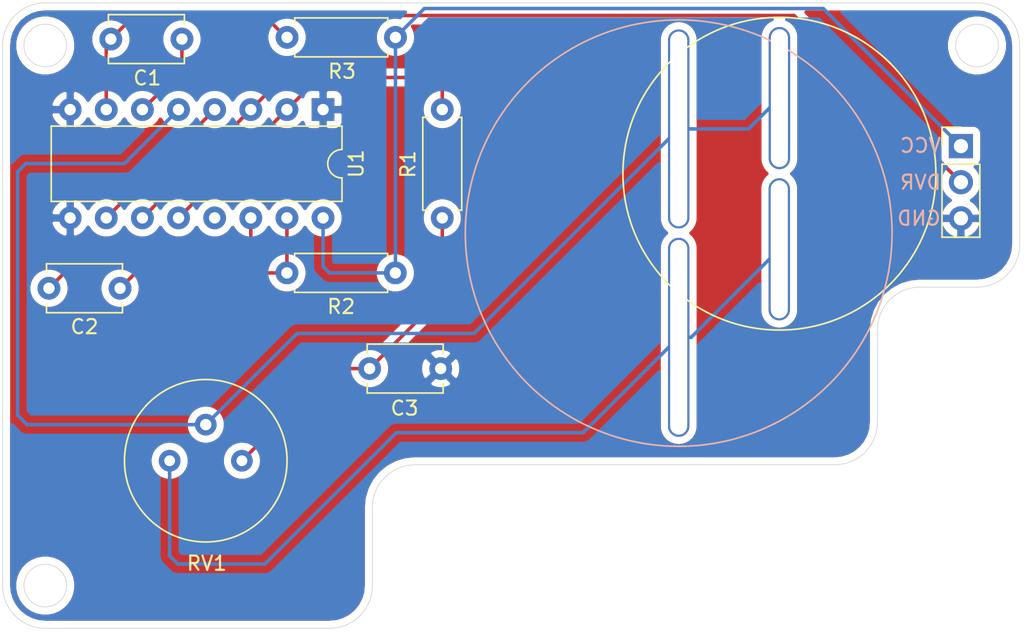
<source format=kicad_pcb>
(kicad_pcb (version 20171130) (host pcbnew "(5.1.9-0-10_14)")

  (general
    (thickness 1.6)
    (drawings 44)
    (tracks 56)
    (zones 0)
    (modules 11)
    (nets 14)
  )

  (page A4)
  (layers
    (0 F.Cu signal)
    (31 B.Cu signal)
    (32 B.Adhes user hide)
    (33 F.Adhes user hide)
    (34 B.Paste user hide)
    (35 F.Paste user hide)
    (36 B.SilkS user)
    (37 F.SilkS user)
    (38 B.Mask user hide)
    (39 F.Mask user hide)
    (40 Dwgs.User user)
    (41 Cmts.User user hide)
    (42 Eco1.User user hide)
    (43 Eco2.User user hide)
    (44 Edge.Cuts user)
    (45 Margin user hide)
    (46 B.CrtYd user hide)
    (47 F.CrtYd user hide)
    (48 B.Fab user hide)
    (49 F.Fab user hide)
  )

  (setup
    (last_trace_width 0.25)
    (trace_clearance 0.2)
    (zone_clearance 0.508)
    (zone_45_only yes)
    (trace_min 0.2)
    (via_size 0.8)
    (via_drill 0.4)
    (via_min_size 0.4)
    (via_min_drill 0.3)
    (uvia_size 0.3)
    (uvia_drill 0.1)
    (uvias_allowed no)
    (uvia_min_size 0.2)
    (uvia_min_drill 0.1)
    (edge_width 0.05)
    (segment_width 0.2)
    (pcb_text_width 0.3)
    (pcb_text_size 1.5 1.5)
    (mod_edge_width 0.12)
    (mod_text_size 1 1)
    (mod_text_width 0.15)
    (pad_size 1.7 1.7)
    (pad_drill 1)
    (pad_to_mask_clearance 0)
    (aux_axis_origin 0 0)
    (visible_elements FFFFFF7F)
    (pcbplotparams
      (layerselection 0x010fc_ffffffff)
      (usegerberextensions false)
      (usegerberattributes true)
      (usegerberadvancedattributes true)
      (creategerberjobfile true)
      (excludeedgelayer true)
      (linewidth 0.100000)
      (plotframeref false)
      (viasonmask false)
      (mode 1)
      (useauxorigin false)
      (hpglpennumber 1)
      (hpglpenspeed 20)
      (hpglpendiameter 15.000000)
      (psnegative false)
      (psa4output false)
      (plotreference true)
      (plotvalue true)
      (plotinvisibletext false)
      (padsonsilk false)
      (subtractmaskfromsilk false)
      (outputformat 1)
      (mirror false)
      (drillshape 1)
      (scaleselection 1)
      (outputdirectory ""))
  )

  (net 0 "")
  (net 1 "Net-(BZ1-Pad2)")
  (net 2 "Net-(BZ1-Pad1)")
  (net 3 "Net-(C1-Pad2)")
  (net 4 "Net-(C1-Pad1)")
  (net 5 "Net-(C2-Pad2)")
  (net 6 "Net-(C2-Pad1)")
  (net 7 GND)
  (net 8 "Net-(C3-Pad1)")
  (net 9 "Net-(R1-Pad1)")
  (net 10 VCC)
  (net 11 "Net-(U1-Pad13)")
  (net 12 /DVR)
  (net 13 "Net-(U1-Pad10)")

  (net_class Default "This is the default net class."
    (clearance 0.2)
    (trace_width 0.25)
    (via_dia 0.8)
    (via_drill 0.4)
    (uvia_dia 0.3)
    (uvia_drill 0.1)
    (add_net /DVR)
    (add_net GND)
    (add_net "Net-(BZ1-Pad1)")
    (add_net "Net-(BZ1-Pad2)")
    (add_net "Net-(C1-Pad1)")
    (add_net "Net-(C1-Pad2)")
    (add_net "Net-(C2-Pad1)")
    (add_net "Net-(C2-Pad2)")
    (add_net "Net-(C3-Pad1)")
    (add_net "Net-(R1-Pad1)")
    (add_net "Net-(U1-Pad10)")
    (add_net "Net-(U1-Pad13)")
    (add_net VCC)
  )

  (module f_buzzer:buzzer_bottom (layer B.Cu) (tedit 601ED230) (tstamp 601F34A4)
    (at 161.74 92.35 180)
    (path /602085CD)
    (fp_text reference BZ1 (at -0.02 15.2) (layer B.SilkS) hide
      (effects (font (size 1 1) (thickness 0.15)) (justify mirror))
    )
    (fp_text value Buzzer (at -0.09 -15.54) (layer B.Fab)
      (effects (font (size 1 1) (thickness 0.15)) (justify mirror))
    )
    (fp_circle (center 0 0) (end 15 0) (layer B.SilkS) (width 0.12))
    (fp_circle (center 0 0) (end 14.884743 0) (layer B.Fab) (width 0.12))
    (pad 2 thru_hole oval (at 0 -7.33 180) (size 1.5 14) (drill oval 1.2 13.7) (layers *.Cu *.Mask)
      (net 1 "Net-(BZ1-Pad2)"))
    (pad 1 thru_hole oval (at 0 7.33 180) (size 1.5 14) (drill oval 1.2 13.7) (layers *.Cu *.Mask)
      (net 2 "Net-(BZ1-Pad1)"))
    (model f_buzzer.pretty/CUI_DEVICES_CPT-3075-90T.step
      (offset (xyz 0 0 7.5))
      (scale (xyz 1 1 1))
      (rotate (xyz -90 0 -90))
    )
  )

  (module f_buzzer:buzzer_front (layer F.Cu) (tedit 601ED222) (tstamp 601E4089)
    (at 168.82 88.17)
    (path /601E9244)
    (fp_text reference BZ2 (at -0.02 -12.32) (layer F.SilkS) hide
      (effects (font (size 1 1) (thickness 0.15)))
    )
    (fp_text value Buzzer (at -0.02 12.22) (layer F.Fab)
      (effects (font (size 1 1) (thickness 0.15)))
    )
    (fp_circle (center 0 0) (end 11 0) (layer F.SilkS) (width 0.12))
    (fp_circle (center 0 0) (end 10.881659 0) (layer F.Fab) (width 0.12))
    (pad 2 thru_hole oval (at -0.01 5.32) (size 1.5 10) (drill oval 1.2 9.7) (layers *.Cu *.Mask)
      (net 1 "Net-(BZ1-Pad2)"))
    (pad 1 thru_hole oval (at 0 -5.32) (size 1.5 10) (drill oval 1.2 9.7) (layers *.Cu *.Mask)
      (net 2 "Net-(BZ1-Pad1)"))
    (model f_buzzer.pretty/CUI_DEVICES_CPT-2207-84T.step
      (offset (xyz 0 0 7.5))
      (scale (xyz 1 1 1))
      (rotate (xyz -90 0 90))
    )
  )

  (module Package_DIP:DIP-16_W7.62mm (layer F.Cu) (tedit 5A02E8C5) (tstamp 601E4137)
    (at 136.74 83.66 270)
    (descr "16-lead though-hole mounted DIP package, row spacing 7.62 mm (300 mils)")
    (tags "THT DIP DIL PDIP 2.54mm 7.62mm 300mil")
    (path /601F7510)
    (fp_text reference U1 (at 3.81 -2.33 90) (layer F.SilkS)
      (effects (font (size 1 1) (thickness 0.15)))
    )
    (fp_text value SN74123N (at 3.81 20.11 90) (layer F.Fab)
      (effects (font (size 1 1) (thickness 0.15)))
    )
    (fp_line (start 1.635 -1.27) (end 6.985 -1.27) (layer F.Fab) (width 0.1))
    (fp_line (start 6.985 -1.27) (end 6.985 19.05) (layer F.Fab) (width 0.1))
    (fp_line (start 6.985 19.05) (end 0.635 19.05) (layer F.Fab) (width 0.1))
    (fp_line (start 0.635 19.05) (end 0.635 -0.27) (layer F.Fab) (width 0.1))
    (fp_line (start 0.635 -0.27) (end 1.635 -1.27) (layer F.Fab) (width 0.1))
    (fp_line (start 2.81 -1.33) (end 1.16 -1.33) (layer F.SilkS) (width 0.12))
    (fp_line (start 1.16 -1.33) (end 1.16 19.11) (layer F.SilkS) (width 0.12))
    (fp_line (start 1.16 19.11) (end 6.46 19.11) (layer F.SilkS) (width 0.12))
    (fp_line (start 6.46 19.11) (end 6.46 -1.33) (layer F.SilkS) (width 0.12))
    (fp_line (start 6.46 -1.33) (end 4.81 -1.33) (layer F.SilkS) (width 0.12))
    (fp_line (start -1.1 -1.55) (end -1.1 19.3) (layer F.CrtYd) (width 0.05))
    (fp_line (start -1.1 19.3) (end 8.7 19.3) (layer F.CrtYd) (width 0.05))
    (fp_line (start 8.7 19.3) (end 8.7 -1.55) (layer F.CrtYd) (width 0.05))
    (fp_line (start 8.7 -1.55) (end -1.1 -1.55) (layer F.CrtYd) (width 0.05))
    (fp_text user %R (at 3.81 8.89 90) (layer F.Fab)
      (effects (font (size 1 1) (thickness 0.15)))
    )
    (fp_arc (start 3.81 -1.33) (end 2.81 -1.33) (angle -180) (layer F.SilkS) (width 0.12))
    (pad 16 thru_hole oval (at 7.62 0 270) (size 1.6 1.6) (drill 0.8) (layers *.Cu *.Mask)
      (net 10 VCC))
    (pad 8 thru_hole oval (at 0 17.78 270) (size 1.6 1.6) (drill 0.8) (layers *.Cu *.Mask)
      (net 7 GND))
    (pad 15 thru_hole oval (at 7.62 2.54 270) (size 1.6 1.6) (drill 0.8) (layers *.Cu *.Mask)
      (net 5 "Net-(C2-Pad2)"))
    (pad 7 thru_hole oval (at 0 15.24 270) (size 1.6 1.6) (drill 0.8) (layers *.Cu *.Mask)
      (net 3 "Net-(C1-Pad2)"))
    (pad 14 thru_hole oval (at 7.62 5.08 270) (size 1.6 1.6) (drill 0.8) (layers *.Cu *.Mask)
      (net 6 "Net-(C2-Pad1)"))
    (pad 6 thru_hole oval (at 0 12.7 270) (size 1.6 1.6) (drill 0.8) (layers *.Cu *.Mask)
      (net 4 "Net-(C1-Pad1)"))
    (pad 13 thru_hole oval (at 7.62 7.62 270) (size 1.6 1.6) (drill 0.8) (layers *.Cu *.Mask)
      (net 11 "Net-(U1-Pad13)"))
    (pad 5 thru_hole oval (at 0 10.16 270) (size 1.6 1.6) (drill 0.8) (layers *.Cu *.Mask)
      (net 2 "Net-(BZ1-Pad1)"))
    (pad 12 thru_hole oval (at 7.62 10.16 270) (size 1.6 1.6) (drill 0.8) (layers *.Cu *.Mask)
      (net 9 "Net-(R1-Pad1)"))
    (pad 4 thru_hole oval (at 0 7.62 270) (size 1.6 1.6) (drill 0.8) (layers *.Cu *.Mask)
      (net 13 "Net-(U1-Pad10)"))
    (pad 11 thru_hole oval (at 7.62 12.7 270) (size 1.6 1.6) (drill 0.8) (layers *.Cu *.Mask)
      (net 12 /DVR))
    (pad 3 thru_hole oval (at 0 5.08 270) (size 1.6 1.6) (drill 0.8) (layers *.Cu *.Mask)
      (net 12 /DVR))
    (pad 10 thru_hole oval (at 7.62 15.24 270) (size 1.6 1.6) (drill 0.8) (layers *.Cu *.Mask)
      (net 13 "Net-(U1-Pad10)"))
    (pad 2 thru_hole oval (at 0 2.54 270) (size 1.6 1.6) (drill 0.8) (layers *.Cu *.Mask)
      (net 9 "Net-(R1-Pad1)"))
    (pad 9 thru_hole oval (at 7.62 17.78 270) (size 1.6 1.6) (drill 0.8) (layers *.Cu *.Mask)
      (net 7 GND))
    (pad 1 thru_hole rect (at 0 0 270) (size 1.6 1.6) (drill 0.8) (layers *.Cu *.Mask)
      (net 7 GND))
    (model ${KISYS3DMOD}/Package_DIP.3dshapes/DIP-16_W7.62mm.wrl
      (at (xyz 0 0 0))
      (scale (xyz 1 1 1))
      (rotate (xyz 0 0 0))
    )
  )

  (module f_buzzer:Potentiometer_Bourns_3345P_Horizontal (layer F.Cu) (tedit 601E9AD6) (tstamp 601E4117)
    (at 128.495 108.365)
    (descr "Potentiometer, horizontal, Bourns 3345P, https://www.mouser.fr/datasheet/2/54/3345-776748.pdf")
    (path /601EA5FF)
    (fp_text reference RV1 (at 0.075 7.215) (layer F.SilkS)
      (effects (font (size 1 1) (thickness 0.15)))
    )
    (fp_text value 20K (at -0.03 7.04) (layer F.Fab)
      (effects (font (size 1 1) (thickness 0.15)))
    )
    (fp_circle (center 0 0) (end 5.55 0) (layer F.Fab) (width 0.1))
    (fp_circle (center 0 0) (end 5.715 0) (layer F.SilkS) (width 0.12))
    (fp_text user REF** (at 0.15 -4.29) (layer F.Fab)
      (effects (font (size 1 1) (thickness 0.15)))
    )
    (pad 3 thru_hole circle (at 2.54 0) (size 1.524 1.524) (drill 0.762) (layers *.Cu *.Mask)
      (net 8 "Net-(C3-Pad1)"))
    (pad 2 thru_hole circle (at -2.54 0) (size 1.524 1.524) (drill 0.762) (layers *.Cu *.Mask)
      (net 1 "Net-(BZ1-Pad2)"))
    (pad 1 thru_hole circle (at 0 -2.54) (size 1.524 1.524) (drill 0.8) (layers *.Cu *.Mask)
      (net 2 "Net-(BZ1-Pad1)"))
    (model "${KIPRJMOD}/f_buzzer.pretty/Bourne 3345P - T.stp"
      (offset (xyz 0 0 6))
      (scale (xyz 1 1 1))
      (rotate (xyz -90 0 180))
    )
  )

  (module f_buzzer:PinHeader_1x03_P2.54mm_Horizontal (layer F.Cu) (tedit 601DD8DF) (tstamp 601E1D87)
    (at 181.58 86.23)
    (descr "Through hole straight pin header, 1x03, 2.54mm pitch, single row")
    (tags "Through hole pin header THT 1x03 2.54mm single row")
    (fp_text reference REF** (at -0.02 -2.23) (layer F.SilkS) hide
      (effects (font (size 1 1) (thickness 0.15)))
    )
    (fp_text value PinHeader_1x03_P2.54mm_Horizontal (at 0 7.41) (layer F.Fab)
      (effects (font (size 1 1) (thickness 0.15)))
    )
    (fp_line (start -0.635 -1.27) (end 1.27 -1.27) (layer F.Fab) (width 0.1))
    (fp_line (start 1.27 -1.27) (end 1.27 6.35) (layer F.Fab) (width 0.1))
    (fp_line (start 1.27 6.35) (end -1.27 6.35) (layer F.Fab) (width 0.1))
    (fp_line (start -1.27 6.35) (end -1.27 -0.635) (layer F.Fab) (width 0.1))
    (fp_line (start -1.27 -0.635) (end -0.635 -1.27) (layer F.Fab) (width 0.1))
    (fp_line (start -1.33 6.41) (end 1.33 6.41) (layer F.SilkS) (width 0.12))
    (fp_line (start -1.33 1.27) (end -1.33 6.41) (layer F.SilkS) (width 0.12))
    (fp_line (start 1.33 1.27) (end 1.33 6.41) (layer F.SilkS) (width 0.12))
    (fp_line (start -1.33 1.27) (end 1.33 1.27) (layer F.SilkS) (width 0.12))
    (fp_line (start -1.33 0) (end -1.33 -1.33) (layer F.SilkS) (width 0.12))
    (fp_line (start -1.33 -1.33) (end 0 -1.33) (layer F.SilkS) (width 0.12))
    (fp_line (start -1.8 -1.8) (end -1.8 6.85) (layer F.CrtYd) (width 0.05))
    (fp_line (start -1.8 6.85) (end 1.8 6.85) (layer F.CrtYd) (width 0.05))
    (fp_line (start 1.8 6.85) (end 1.8 -1.8) (layer F.CrtYd) (width 0.05))
    (fp_line (start 1.8 -1.8) (end -1.8 -1.8) (layer F.CrtYd) (width 0.05))
    (fp_text user %R (at 0 2.54 90) (layer F.Fab)
      (effects (font (size 1 1) (thickness 0.15)))
    )
    (pad 1 thru_hole rect (at 0 0) (size 1.7 1.7) (drill 1) (layers *.Cu *.Mask)
      (net 10 VCC))
    (pad 2 thru_hole oval (at 0 2.54) (size 1.7 1.7) (drill 1) (layers *.Cu *.Mask)
      (net 12 /DVR))
    (pad 3 thru_hole oval (at 0 5.08) (size 1.7 1.7) (drill 1) (layers *.Cu *.Mask)
      (net 7 GND))
    (model ${KISYS3DMOD}/Connector_PinHeader_2.54mm.3dshapes/PinHeader_1x03_P2.54mm_Horizontal.wrl
      (at (xyz 0 0 0))
      (scale (xyz 1 1 1))
      (rotate (xyz 0 0 0))
    )
  )

  (module Resistor_THT:R_Axial_DIN0207_L6.3mm_D2.5mm_P7.62mm_Horizontal (layer F.Cu) (tedit 5AE5139B) (tstamp 601E410D)
    (at 134.21 78.58)
    (descr "Resistor, Axial_DIN0207 series, Axial, Horizontal, pin pitch=7.62mm, 0.25W = 1/4W, length*diameter=6.3*2.5mm^2, http://cdn-reichelt.de/documents/datenblatt/B400/1_4W%23YAG.pdf")
    (tags "Resistor Axial_DIN0207 series Axial Horizontal pin pitch 7.62mm 0.25W = 1/4W length 6.3mm diameter 2.5mm")
    (path /601E0BA9)
    (fp_text reference R3 (at 3.86 2.39) (layer F.SilkS)
      (effects (font (size 1 1) (thickness 0.15)))
    )
    (fp_text value 27K (at 3.81 2.37) (layer F.Fab)
      (effects (font (size 1 1) (thickness 0.15)))
    )
    (fp_line (start 0.66 -1.25) (end 0.66 1.25) (layer F.Fab) (width 0.1))
    (fp_line (start 0.66 1.25) (end 6.96 1.25) (layer F.Fab) (width 0.1))
    (fp_line (start 6.96 1.25) (end 6.96 -1.25) (layer F.Fab) (width 0.1))
    (fp_line (start 6.96 -1.25) (end 0.66 -1.25) (layer F.Fab) (width 0.1))
    (fp_line (start 0 0) (end 0.66 0) (layer F.Fab) (width 0.1))
    (fp_line (start 7.62 0) (end 6.96 0) (layer F.Fab) (width 0.1))
    (fp_line (start 0.54 -1.04) (end 0.54 -1.37) (layer F.SilkS) (width 0.12))
    (fp_line (start 0.54 -1.37) (end 7.08 -1.37) (layer F.SilkS) (width 0.12))
    (fp_line (start 7.08 -1.37) (end 7.08 -1.04) (layer F.SilkS) (width 0.12))
    (fp_line (start 0.54 1.04) (end 0.54 1.37) (layer F.SilkS) (width 0.12))
    (fp_line (start 0.54 1.37) (end 7.08 1.37) (layer F.SilkS) (width 0.12))
    (fp_line (start 7.08 1.37) (end 7.08 1.04) (layer F.SilkS) (width 0.12))
    (fp_line (start -1.05 -1.5) (end -1.05 1.5) (layer F.CrtYd) (width 0.05))
    (fp_line (start -1.05 1.5) (end 8.67 1.5) (layer F.CrtYd) (width 0.05))
    (fp_line (start 8.67 1.5) (end 8.67 -1.5) (layer F.CrtYd) (width 0.05))
    (fp_line (start 8.67 -1.5) (end -1.05 -1.5) (layer F.CrtYd) (width 0.05))
    (fp_text user %R (at 3.81 0) (layer F.Fab)
      (effects (font (size 1 1) (thickness 0.15)))
    )
    (pad 2 thru_hole oval (at 7.62 0) (size 1.6 1.6) (drill 0.8) (layers *.Cu *.Mask)
      (net 10 VCC))
    (pad 1 thru_hole circle (at 0 0) (size 1.6 1.6) (drill 0.8) (layers *.Cu *.Mask)
      (net 3 "Net-(C1-Pad2)"))
    (model ${KISYS3DMOD}/Resistor_THT.3dshapes/R_Axial_DIN0207_L6.3mm_D2.5mm_P7.62mm_Horizontal.wrl
      (at (xyz 0 0 0))
      (scale (xyz 1 1 1))
      (rotate (xyz 0 0 0))
    )
  )

  (module Resistor_THT:R_Axial_DIN0207_L6.3mm_D2.5mm_P7.62mm_Horizontal (layer F.Cu) (tedit 5AE5139B) (tstamp 601E40F6)
    (at 141.82 95.15 180)
    (descr "Resistor, Axial_DIN0207 series, Axial, Horizontal, pin pitch=7.62mm, 0.25W = 1/4W, length*diameter=6.3*2.5mm^2, http://cdn-reichelt.de/documents/datenblatt/B400/1_4W%23YAG.pdf")
    (tags "Resistor Axial_DIN0207 series Axial Horizontal pin pitch 7.62mm 0.25W = 1/4W length 6.3mm diameter 2.5mm")
    (path /601E1374)
    (fp_text reference R2 (at 3.81 -2.37) (layer F.SilkS)
      (effects (font (size 1 1) (thickness 0.15)))
    )
    (fp_text value 27K (at 3.81 2.37) (layer F.Fab)
      (effects (font (size 1 1) (thickness 0.15)))
    )
    (fp_line (start 0.66 -1.25) (end 0.66 1.25) (layer F.Fab) (width 0.1))
    (fp_line (start 0.66 1.25) (end 6.96 1.25) (layer F.Fab) (width 0.1))
    (fp_line (start 6.96 1.25) (end 6.96 -1.25) (layer F.Fab) (width 0.1))
    (fp_line (start 6.96 -1.25) (end 0.66 -1.25) (layer F.Fab) (width 0.1))
    (fp_line (start 0 0) (end 0.66 0) (layer F.Fab) (width 0.1))
    (fp_line (start 7.62 0) (end 6.96 0) (layer F.Fab) (width 0.1))
    (fp_line (start 0.54 -1.04) (end 0.54 -1.37) (layer F.SilkS) (width 0.12))
    (fp_line (start 0.54 -1.37) (end 7.08 -1.37) (layer F.SilkS) (width 0.12))
    (fp_line (start 7.08 -1.37) (end 7.08 -1.04) (layer F.SilkS) (width 0.12))
    (fp_line (start 0.54 1.04) (end 0.54 1.37) (layer F.SilkS) (width 0.12))
    (fp_line (start 0.54 1.37) (end 7.08 1.37) (layer F.SilkS) (width 0.12))
    (fp_line (start 7.08 1.37) (end 7.08 1.04) (layer F.SilkS) (width 0.12))
    (fp_line (start -1.05 -1.5) (end -1.05 1.5) (layer F.CrtYd) (width 0.05))
    (fp_line (start -1.05 1.5) (end 8.67 1.5) (layer F.CrtYd) (width 0.05))
    (fp_line (start 8.67 1.5) (end 8.67 -1.5) (layer F.CrtYd) (width 0.05))
    (fp_line (start 8.67 -1.5) (end -1.05 -1.5) (layer F.CrtYd) (width 0.05))
    (fp_text user %R (at 3.81 0) (layer F.Fab)
      (effects (font (size 1 1) (thickness 0.15)))
    )
    (pad 2 thru_hole oval (at 7.62 0 180) (size 1.6 1.6) (drill 0.8) (layers *.Cu *.Mask)
      (net 5 "Net-(C2-Pad2)"))
    (pad 1 thru_hole circle (at 0 0 180) (size 1.6 1.6) (drill 0.8) (layers *.Cu *.Mask)
      (net 10 VCC))
    (model ${KISYS3DMOD}/Resistor_THT.3dshapes/R_Axial_DIN0207_L6.3mm_D2.5mm_P7.62mm_Horizontal.wrl
      (at (xyz 0 0 0))
      (scale (xyz 1 1 1))
      (rotate (xyz 0 0 0))
    )
  )

  (module Resistor_THT:R_Axial_DIN0207_L6.3mm_D2.5mm_P7.62mm_Horizontal (layer F.Cu) (tedit 5AE5139B) (tstamp 601E40DF)
    (at 145.12 83.66 270)
    (descr "Resistor, Axial_DIN0207 series, Axial, Horizontal, pin pitch=7.62mm, 0.25W = 1/4W, length*diameter=6.3*2.5mm^2, http://cdn-reichelt.de/documents/datenblatt/B400/1_4W%23YAG.pdf")
    (tags "Resistor Axial_DIN0207 series Axial Horizontal pin pitch 7.62mm 0.25W = 1/4W length 6.3mm diameter 2.5mm")
    (path /601E06C5)
    (fp_text reference R1 (at 3.85 2.41 90) (layer F.SilkS)
      (effects (font (size 1 1) (thickness 0.15)))
    )
    (fp_text value 330 (at 3.81 2.37 90) (layer F.Fab)
      (effects (font (size 1 1) (thickness 0.15)))
    )
    (fp_line (start 0.66 -1.25) (end 0.66 1.25) (layer F.Fab) (width 0.1))
    (fp_line (start 0.66 1.25) (end 6.96 1.25) (layer F.Fab) (width 0.1))
    (fp_line (start 6.96 1.25) (end 6.96 -1.25) (layer F.Fab) (width 0.1))
    (fp_line (start 6.96 -1.25) (end 0.66 -1.25) (layer F.Fab) (width 0.1))
    (fp_line (start 0 0) (end 0.66 0) (layer F.Fab) (width 0.1))
    (fp_line (start 7.62 0) (end 6.96 0) (layer F.Fab) (width 0.1))
    (fp_line (start 0.54 -1.04) (end 0.54 -1.37) (layer F.SilkS) (width 0.12))
    (fp_line (start 0.54 -1.37) (end 7.08 -1.37) (layer F.SilkS) (width 0.12))
    (fp_line (start 7.08 -1.37) (end 7.08 -1.04) (layer F.SilkS) (width 0.12))
    (fp_line (start 0.54 1.04) (end 0.54 1.37) (layer F.SilkS) (width 0.12))
    (fp_line (start 0.54 1.37) (end 7.08 1.37) (layer F.SilkS) (width 0.12))
    (fp_line (start 7.08 1.37) (end 7.08 1.04) (layer F.SilkS) (width 0.12))
    (fp_line (start -1.05 -1.5) (end -1.05 1.5) (layer F.CrtYd) (width 0.05))
    (fp_line (start -1.05 1.5) (end 8.67 1.5) (layer F.CrtYd) (width 0.05))
    (fp_line (start 8.67 1.5) (end 8.67 -1.5) (layer F.CrtYd) (width 0.05))
    (fp_line (start 8.67 -1.5) (end -1.05 -1.5) (layer F.CrtYd) (width 0.05))
    (fp_text user %R (at 3.81 0 90) (layer F.Fab)
      (effects (font (size 1 1) (thickness 0.15)))
    )
    (pad 2 thru_hole oval (at 7.62 0 270) (size 1.6 1.6) (drill 0.8) (layers *.Cu *.Mask)
      (net 8 "Net-(C3-Pad1)"))
    (pad 1 thru_hole circle (at 0 0 270) (size 1.6 1.6) (drill 0.8) (layers *.Cu *.Mask)
      (net 9 "Net-(R1-Pad1)"))
    (model ${KISYS3DMOD}/Resistor_THT.3dshapes/R_Axial_DIN0207_L6.3mm_D2.5mm_P7.62mm_Horizontal.wrl
      (at (xyz 0 0 0))
      (scale (xyz 1 1 1))
      (rotate (xyz 0 0 0))
    )
  )

  (module Capacitor_THT:C_Disc_D5.1mm_W3.2mm_P5.00mm (layer F.Cu) (tedit 5AE50EF0) (tstamp 601E40C8)
    (at 140.01 101.88)
    (descr "C, Disc series, Radial, pin pitch=5.00mm, , diameter*width=5.1*3.2mm^2, Capacitor, http://www.vishay.com/docs/45233/krseries.pdf")
    (tags "C Disc series Radial pin pitch 5.00mm  diameter 5.1mm width 3.2mm Capacitor")
    (path /601E2456)
    (fp_text reference C3 (at 2.46 2.79) (layer F.SilkS)
      (effects (font (size 1 1) (thickness 0.15)))
    )
    (fp_text value C (at 2.5 2.85) (layer F.Fab)
      (effects (font (size 1 1) (thickness 0.15)))
    )
    (fp_line (start -0.05 -1.6) (end -0.05 1.6) (layer F.Fab) (width 0.1))
    (fp_line (start -0.05 1.6) (end 5.05 1.6) (layer F.Fab) (width 0.1))
    (fp_line (start 5.05 1.6) (end 5.05 -1.6) (layer F.Fab) (width 0.1))
    (fp_line (start 5.05 -1.6) (end -0.05 -1.6) (layer F.Fab) (width 0.1))
    (fp_line (start -0.17 -1.721) (end 5.17 -1.721) (layer F.SilkS) (width 0.12))
    (fp_line (start -0.17 1.721) (end 5.17 1.721) (layer F.SilkS) (width 0.12))
    (fp_line (start -0.17 -1.721) (end -0.17 -1.055) (layer F.SilkS) (width 0.12))
    (fp_line (start -0.17 1.055) (end -0.17 1.721) (layer F.SilkS) (width 0.12))
    (fp_line (start 5.17 -1.721) (end 5.17 -1.055) (layer F.SilkS) (width 0.12))
    (fp_line (start 5.17 1.055) (end 5.17 1.721) (layer F.SilkS) (width 0.12))
    (fp_line (start -1.05 -1.85) (end -1.05 1.85) (layer F.CrtYd) (width 0.05))
    (fp_line (start -1.05 1.85) (end 6.05 1.85) (layer F.CrtYd) (width 0.05))
    (fp_line (start 6.05 1.85) (end 6.05 -1.85) (layer F.CrtYd) (width 0.05))
    (fp_line (start 6.05 -1.85) (end -1.05 -1.85) (layer F.CrtYd) (width 0.05))
    (fp_text user %R (at 2.5 0) (layer F.Fab)
      (effects (font (size 1 1) (thickness 0.15)))
    )
    (pad 2 thru_hole circle (at 5 0) (size 1.6 1.6) (drill 0.8) (layers *.Cu *.Mask)
      (net 7 GND))
    (pad 1 thru_hole circle (at 0 0) (size 1.6 1.6) (drill 0.8) (layers *.Cu *.Mask)
      (net 8 "Net-(C3-Pad1)"))
    (model ${KISYS3DMOD}/Capacitor_THT.3dshapes/C_Disc_D5.1mm_W3.2mm_P5.00mm.wrl
      (at (xyz 0 0 0))
      (scale (xyz 1 1 1))
      (rotate (xyz 0 0 0))
    )
  )

  (module Capacitor_THT:C_Disc_D5.1mm_W3.2mm_P5.00mm (layer F.Cu) (tedit 5AE50EF0) (tstamp 601E40B3)
    (at 117.47 96.23)
    (descr "C, Disc series, Radial, pin pitch=5.00mm, , diameter*width=5.1*3.2mm^2, Capacitor, http://www.vishay.com/docs/45233/krseries.pdf")
    (tags "C Disc series Radial pin pitch 5.00mm  diameter 5.1mm width 3.2mm Capacitor")
    (path /601E1E28)
    (fp_text reference C2 (at 2.5 2.71) (layer F.SilkS)
      (effects (font (size 1 1) (thickness 0.15)))
    )
    (fp_text value 20n (at 2.5 2.85) (layer F.Fab)
      (effects (font (size 1 1) (thickness 0.15)))
    )
    (fp_line (start -0.05 -1.6) (end -0.05 1.6) (layer F.Fab) (width 0.1))
    (fp_line (start -0.05 1.6) (end 5.05 1.6) (layer F.Fab) (width 0.1))
    (fp_line (start 5.05 1.6) (end 5.05 -1.6) (layer F.Fab) (width 0.1))
    (fp_line (start 5.05 -1.6) (end -0.05 -1.6) (layer F.Fab) (width 0.1))
    (fp_line (start -0.17 -1.721) (end 5.17 -1.721) (layer F.SilkS) (width 0.12))
    (fp_line (start -0.17 1.721) (end 5.17 1.721) (layer F.SilkS) (width 0.12))
    (fp_line (start -0.17 -1.721) (end -0.17 -1.055) (layer F.SilkS) (width 0.12))
    (fp_line (start -0.17 1.055) (end -0.17 1.721) (layer F.SilkS) (width 0.12))
    (fp_line (start 5.17 -1.721) (end 5.17 -1.055) (layer F.SilkS) (width 0.12))
    (fp_line (start 5.17 1.055) (end 5.17 1.721) (layer F.SilkS) (width 0.12))
    (fp_line (start -1.05 -1.85) (end -1.05 1.85) (layer F.CrtYd) (width 0.05))
    (fp_line (start -1.05 1.85) (end 6.05 1.85) (layer F.CrtYd) (width 0.05))
    (fp_line (start 6.05 1.85) (end 6.05 -1.85) (layer F.CrtYd) (width 0.05))
    (fp_line (start 6.05 -1.85) (end -1.05 -1.85) (layer F.CrtYd) (width 0.05))
    (fp_text user %R (at 2.5 0) (layer F.Fab)
      (effects (font (size 1 1) (thickness 0.15)))
    )
    (pad 2 thru_hole circle (at 5 0) (size 1.6 1.6) (drill 0.8) (layers *.Cu *.Mask)
      (net 5 "Net-(C2-Pad2)"))
    (pad 1 thru_hole circle (at 0 0) (size 1.6 1.6) (drill 0.8) (layers *.Cu *.Mask)
      (net 6 "Net-(C2-Pad1)"))
    (model ${KISYS3DMOD}/Capacitor_THT.3dshapes/C_Disc_D5.1mm_W3.2mm_P5.00mm.wrl
      (at (xyz 0 0 0))
      (scale (xyz 1 1 1))
      (rotate (xyz 0 0 0))
    )
  )

  (module Capacitor_THT:C_Disc_D5.1mm_W3.2mm_P5.00mm (layer F.Cu) (tedit 5AE50EF0) (tstamp 601E409E)
    (at 126.82 78.7 180)
    (descr "C, Disc series, Radial, pin pitch=5.00mm, , diameter*width=5.1*3.2mm^2, Capacitor, http://www.vishay.com/docs/45233/krseries.pdf")
    (tags "C Disc series Radial pin pitch 5.00mm  diameter 5.1mm width 3.2mm Capacitor")
    (path /601E1853)
    (fp_text reference C1 (at 2.44 -2.74) (layer F.SilkS)
      (effects (font (size 1 1) (thickness 0.15)))
    )
    (fp_text value 20n (at 2.5 2.85) (layer F.Fab)
      (effects (font (size 1 1) (thickness 0.15)))
    )
    (fp_line (start 6.05 -1.85) (end -1.05 -1.85) (layer F.CrtYd) (width 0.05))
    (fp_line (start 6.05 1.85) (end 6.05 -1.85) (layer F.CrtYd) (width 0.05))
    (fp_line (start -1.05 1.85) (end 6.05 1.85) (layer F.CrtYd) (width 0.05))
    (fp_line (start -1.05 -1.85) (end -1.05 1.85) (layer F.CrtYd) (width 0.05))
    (fp_line (start 5.17 1.055) (end 5.17 1.721) (layer F.SilkS) (width 0.12))
    (fp_line (start 5.17 -1.721) (end 5.17 -1.055) (layer F.SilkS) (width 0.12))
    (fp_line (start -0.17 1.055) (end -0.17 1.721) (layer F.SilkS) (width 0.12))
    (fp_line (start -0.17 -1.721) (end -0.17 -1.055) (layer F.SilkS) (width 0.12))
    (fp_line (start -0.17 1.721) (end 5.17 1.721) (layer F.SilkS) (width 0.12))
    (fp_line (start -0.17 -1.721) (end 5.17 -1.721) (layer F.SilkS) (width 0.12))
    (fp_line (start 5.05 -1.6) (end -0.05 -1.6) (layer F.Fab) (width 0.1))
    (fp_line (start 5.05 1.6) (end 5.05 -1.6) (layer F.Fab) (width 0.1))
    (fp_line (start -0.05 1.6) (end 5.05 1.6) (layer F.Fab) (width 0.1))
    (fp_line (start -0.05 -1.6) (end -0.05 1.6) (layer F.Fab) (width 0.1))
    (fp_text user %R (at 2.5 0) (layer F.Fab)
      (effects (font (size 1 1) (thickness 0.15)))
    )
    (pad 1 thru_hole circle (at 0 0 180) (size 1.6 1.6) (drill 0.8) (layers *.Cu *.Mask)
      (net 4 "Net-(C1-Pad1)"))
    (pad 2 thru_hole circle (at 5 0 180) (size 1.6 1.6) (drill 0.8) (layers *.Cu *.Mask)
      (net 3 "Net-(C1-Pad2)"))
    (model ${KISYS3DMOD}/Capacitor_THT.3dshapes/C_Disc_D5.1mm_W3.2mm_P5.00mm.wrl
      (at (xyz 0 0 0))
      (scale (xyz 1 1 1))
      (rotate (xyz 0 0 0))
    )
  )

  (gr_text "These areas are to be avoided for placing components or pads." (at 143.64 66.34) (layer Cmts.User)
    (effects (font (size 1 1) (thickness 0.15)))
  )
  (gr_line (start 177.79 76.95) (end 177.11 77.05) (layer Cmts.User) (width 0.12))
  (gr_line (start 177.79 76.95) (end 177.36 76.49) (layer Cmts.User) (width 0.12))
  (gr_line (start 117.58 75.44) (end 118.06 75.02) (layer Cmts.User) (width 0.12))
  (gr_line (start 117.58 75.44) (end 118.26 75.47) (layer Cmts.User) (width 0.12))
  (gr_line (start 142.22 67.69) (end 117.58 75.44) (layer Cmts.User) (width 0.12) (tstamp 601EB49B))
  (gr_line (start 147.75 67.54) (end 177.79 76.95) (layer Cmts.User) (width 0.12) (tstamp 601EB49B))
  (gr_line (start 114.22 76.15) (end 114.22 82) (layer Dwgs.User) (width 0.12) (tstamp 601EB470))
  (gr_line (start 118.75 76.15) (end 114.22 76.15) (layer Dwgs.User) (width 0.12))
  (gr_line (start 118.75 82) (end 114.22 82) (layer Dwgs.User) (width 0.12))
  (gr_line (start 118.75 76.15) (end 118.75 82) (layer Dwgs.User) (width 0.12))
  (gr_circle (center 179.05 79.2) (end 181.05 79.2) (layer Dwgs.User) (width 0.12))
  (gr_text "No components should be placed inside the cercle.\nThis where the IBM 4704 series keyboard feet attaches to the back case." (at 120.87 125.39) (layer Cmts.User)
    (effects (font (size 1 1) (thickness 0.15)))
  )
  (gr_line (start 152.09 97.56) (end 152.38 98.18) (layer Cmts.User) (width 0.12))
  (gr_line (start 151.38 97.78) (end 152.09 97.56) (layer Cmts.User) (width 0.12))
  (gr_line (start 152.09 97.56) (end 141.32 123.29) (layer Cmts.User) (width 0.12) (tstamp 601EADF6))
  (gr_circle (center 153.21 93.37) (end 158.21 93.37) (layer Dwgs.User) (width 0.12))
  (gr_text "No components should be located inside the circle (except for the potentiometer).\nThe surface of the disc is visible from the cutout of the back case of the IBM 4704 series keyboard." (at 73.06 117.09) (layer Cmts.User)
    (effects (font (size 1 1) (thickness 0.15)))
  )
  (gr_line (start 116.68 111.27) (end 116.34 111.85) (layer Cmts.User) (width 0.12))
  (gr_line (start 115.91 111.08) (end 116.68 111.27) (layer Cmts.User) (width 0.12))
  (gr_line (start 116.68 111.27) (end 106.9 115.16) (layer Cmts.User) (width 0.12))
  (gr_circle (center 128.495 108.365) (end 140.195 108.365) (layer Dwgs.User) (width 0.12))
  (gr_text VCC (at 178.74 86.19) (layer B.SilkS)
    (effects (font (size 1 1) (thickness 0.15)) (justify mirror))
  )
  (gr_text DVR (at 178.74 88.78) (layer B.SilkS)
    (effects (font (size 1 1) (thickness 0.15)) (justify mirror))
  )
  (gr_text GND (at 178.63 91.31) (layer B.SilkS)
    (effects (font (size 1 1) (thickness 0.15)) (justify mirror))
  )
  (gr_line (start 117.21 120.15) (end 137.21 120.15) (layer Edge.Cuts) (width 0.05))
  (gr_circle (center 117.21 117.15) (end 115.71 117.15) (layer Edge.Cuts) (width 0.05))
  (gr_arc (start 117.21 117.15) (end 114.21 117.15) (angle -90) (layer Edge.Cuts) (width 0.05))
  (gr_arc (start 137.21 117.15) (end 137.21 120.15) (angle -90) (layer Edge.Cuts) (width 0.05))
  (gr_arc (start 143.21 111.65) (end 143.21 108.65) (angle -90) (layer Edge.Cuts) (width 0.05))
  (gr_arc (start 172.71 105.65) (end 172.71 108.65) (angle -90) (layer Edge.Cuts) (width 0.05))
  (gr_arc (start 178.71 99.15) (end 178.71 96.15) (angle -90) (layer Edge.Cuts) (width 0.05))
  (gr_arc (start 182.71 93.15) (end 182.71 96.15) (angle -90) (layer Edge.Cuts) (width 0.05))
  (gr_circle (center 117.21 79.15) (end 115.71 79.15) (layer Edge.Cuts) (width 0.05))
  (gr_arc (start 117.21 79.15) (end 117.21 76.15) (angle -90) (layer Edge.Cuts) (width 0.05))
  (gr_arc (start 182.71 79.15) (end 185.71 79.15) (angle -90) (layer Edge.Cuts) (width 0.05))
  (gr_circle (center 182.71 79.15) (end 181.21 79.15) (layer Edge.Cuts) (width 0.05))
  (gr_line (start 140.21 117.15) (end 140.21 111.65) (layer Edge.Cuts) (width 0.05) (tstamp 601C558E))
  (gr_line (start 175.71 99.15) (end 175.71 105.65) (layer Edge.Cuts) (width 0.05))
  (gr_line (start 182.71 96.15) (end 178.71 96.15) (layer Edge.Cuts) (width 0.05))
  (gr_line (start 172.71 108.65) (end 143.21 108.65) (layer Edge.Cuts) (width 0.05))
  (gr_line (start 185.71 79.15) (end 185.71 93.15) (layer Edge.Cuts) (width 0.05))
  (gr_line (start 182.71 76.15) (end 117.21 76.15) (layer Edge.Cuts) (width 0.05))
  (gr_line (start 114.21 117.15) (end 114.21 79.15) (layer Edge.Cuts) (width 0.05))

  (segment (start 162.62 99.68) (end 168.81 93.49) (width 0.25) (layer B.Cu) (net 1))
  (segment (start 161.74 99.68) (end 162.62 99.68) (width 0.25) (layer B.Cu) (net 1))
  (segment (start 125.955 115.055) (end 125.955 108.365) (width 0.25) (layer B.Cu) (net 1))
  (segment (start 126.53 115.63) (end 125.955 115.055) (width 0.25) (layer B.Cu) (net 1))
  (segment (start 132.65 115.63) (end 126.53 115.63) (width 0.25) (layer B.Cu) (net 1))
  (segment (start 141.89 106.39) (end 132.65 115.63) (width 0.25) (layer B.Cu) (net 1))
  (segment (start 155.03 106.39) (end 141.89 106.39) (width 0.25) (layer B.Cu) (net 1))
  (segment (start 161.74 99.68) (end 155.03 106.39) (width 0.25) (layer B.Cu) (net 1))
  (segment (start 147.35 99.41) (end 134.91 99.41) (width 0.25) (layer B.Cu) (net 2))
  (segment (start 134.91 99.41) (end 128.495 105.825) (width 0.25) (layer B.Cu) (net 2))
  (segment (start 161.74 85.02) (end 147.35 99.41) (width 0.25) (layer B.Cu) (net 2))
  (segment (start 166.65 85.02) (end 168.82 82.85) (width 0.25) (layer B.Cu) (net 2))
  (segment (start 161.74 85.02) (end 166.65 85.02) (width 0.25) (layer B.Cu) (net 2))
  (segment (start 122.78 87.46) (end 126.58 83.66) (width 0.25) (layer B.Cu) (net 2))
  (segment (start 115.84 87.46) (end 122.78 87.46) (width 0.25) (layer B.Cu) (net 2))
  (segment (start 115.27 105.16) (end 115.27 88.03) (width 0.25) (layer B.Cu) (net 2))
  (segment (start 115.935 105.825) (end 115.27 105.16) (width 0.25) (layer B.Cu) (net 2))
  (segment (start 115.27 88.03) (end 115.84 87.46) (width 0.25) (layer B.Cu) (net 2))
  (segment (start 128.495 105.825) (end 115.935 105.825) (width 0.25) (layer B.Cu) (net 2))
  (segment (start 121.5 79.02) (end 121.5 83.66) (width 0.25) (layer F.Cu) (net 3))
  (segment (start 121.82 78.7) (end 121.5 79.02) (width 0.25) (layer F.Cu) (net 3))
  (segment (start 132.55 76.99) (end 134.15 78.59) (width 0.25) (layer F.Cu) (net 3))
  (segment (start 123.53 76.99) (end 132.55 76.99) (width 0.25) (layer F.Cu) (net 3))
  (segment (start 121.82 78.7) (end 123.53 76.99) (width 0.25) (layer F.Cu) (net 3))
  (segment (start 126.82 80.88) (end 124.04 83.66) (width 0.25) (layer F.Cu) (net 4))
  (segment (start 126.82 78.7) (end 126.82 80.88) (width 0.25) (layer F.Cu) (net 4))
  (segment (start 134.2 91.28) (end 134.2 95.15) (width 0.25) (layer F.Cu) (net 5))
  (segment (start 134.19 95.14) (end 134.2 95.15) (width 0.25) (layer F.Cu) (net 5))
  (segment (start 123.55 95.15) (end 122.47 96.23) (width 0.25) (layer F.Cu) (net 5))
  (segment (start 134.2 95.15) (end 123.55 95.15) (width 0.25) (layer F.Cu) (net 5))
  (segment (start 119 94.7) (end 117.47 96.23) (width 0.25) (layer F.Cu) (net 6))
  (segment (start 131.66 94.17) (end 131.13 94.7) (width 0.25) (layer F.Cu) (net 6))
  (segment (start 131.13 94.7) (end 119 94.7) (width 0.25) (layer F.Cu) (net 6))
  (segment (start 131.66 91.28) (end 131.66 94.17) (width 0.25) (layer F.Cu) (net 6))
  (segment (start 145.12 96.77) (end 140.01 101.88) (width 0.25) (layer F.Cu) (net 8))
  (segment (start 145.12 91.28) (end 145.12 96.77) (width 0.25) (layer F.Cu) (net 8))
  (segment (start 137.52 101.88) (end 140.01 101.88) (width 0.25) (layer F.Cu) (net 8))
  (segment (start 131.035 108.365) (end 137.52 101.88) (width 0.25) (layer F.Cu) (net 8))
  (segment (start 134.2 83.66) (end 126.58 91.28) (width 0.25) (layer F.Cu) (net 9))
  (segment (start 145.12 81.98) (end 145.12 83.66) (width 0.25) (layer F.Cu) (net 9))
  (segment (start 144.54 81.4) (end 145.12 81.98) (width 0.25) (layer F.Cu) (net 9))
  (segment (start 136.46 81.4) (end 144.54 81.4) (width 0.25) (layer F.Cu) (net 9))
  (segment (start 134.2 83.66) (end 136.46 81.4) (width 0.25) (layer F.Cu) (net 9))
  (segment (start 141.83 95.14) (end 141.82 95.15) (width 0.25) (layer B.Cu) (net 10))
  (segment (start 141.83 78.58) (end 141.83 95.14) (width 0.25) (layer B.Cu) (net 10))
  (segment (start 143.86 76.55) (end 141.83 78.58) (width 0.25) (layer B.Cu) (net 10))
  (segment (start 171.9 76.55) (end 143.86 76.55) (width 0.25) (layer B.Cu) (net 10))
  (segment (start 181.58 86.23) (end 171.9 76.55) (width 0.25) (layer B.Cu) (net 10))
  (segment (start 137.2 95.15) (end 141.82 95.15) (width 0.25) (layer B.Cu) (net 10))
  (segment (start 136.74 94.69) (end 137.2 95.15) (width 0.25) (layer B.Cu) (net 10))
  (segment (start 136.74 91.28) (end 136.74 94.69) (width 0.25) (layer B.Cu) (net 10))
  (segment (start 131.66 83.66) (end 124.04 91.28) (width 0.25) (layer F.Cu) (net 12))
  (segment (start 169.85 77.04) (end 138.28 77.04) (width 0.25) (layer F.Cu) (net 12))
  (segment (start 138.28 77.04) (end 131.66 83.66) (width 0.25) (layer F.Cu) (net 12))
  (segment (start 181.58 88.77) (end 169.85 77.04) (width 0.25) (layer F.Cu) (net 12))
  (segment (start 129.12 83.66) (end 121.5 91.28) (width 0.25) (layer F.Cu) (net 13))

  (zone (net 7) (net_name GND) (layer F.Cu) (tstamp 0) (hatch edge 0.508)
    (connect_pads (clearance 0.508))
    (min_thickness 0.254)
    (fill yes (arc_segments 32) (thermal_gap 0.508) (thermal_bridge_width 0.508))
    (polygon
      (pts
        (xy 186.03 120.42) (xy 114.03 120.42) (xy 114.03 75.95) (xy 186.03 75.95)
      )
    )
    (filled_polygon
      (pts
        (xy 122.143886 77.301312) (xy 121.961335 77.265) (xy 121.678665 77.265) (xy 121.401426 77.320147) (xy 121.140273 77.42832)
        (xy 120.905241 77.585363) (xy 120.705363 77.785241) (xy 120.54832 78.020273) (xy 120.440147 78.281426) (xy 120.385 78.558665)
        (xy 120.385 78.841335) (xy 120.440147 79.118574) (xy 120.54832 79.379727) (xy 120.705363 79.614759) (xy 120.74 79.649396)
        (xy 120.740001 82.441956) (xy 120.585241 82.545363) (xy 120.385363 82.745241) (xy 120.22832 82.980273) (xy 120.223933 82.990865)
        (xy 120.112385 82.804869) (xy 119.923414 82.596481) (xy 119.69742 82.428963) (xy 119.443087 82.308754) (xy 119.309039 82.268096)
        (xy 119.087 82.390085) (xy 119.087 83.533) (xy 119.107 83.533) (xy 119.107 83.787) (xy 119.087 83.787)
        (xy 119.087 84.929915) (xy 119.309039 85.051904) (xy 119.443087 85.011246) (xy 119.69742 84.891037) (xy 119.923414 84.723519)
        (xy 120.112385 84.515131) (xy 120.223933 84.329135) (xy 120.22832 84.339727) (xy 120.385363 84.574759) (xy 120.585241 84.774637)
        (xy 120.820273 84.93168) (xy 121.081426 85.039853) (xy 121.358665 85.095) (xy 121.641335 85.095) (xy 121.918574 85.039853)
        (xy 122.179727 84.93168) (xy 122.414759 84.774637) (xy 122.614637 84.574759) (xy 122.77 84.342241) (xy 122.925363 84.574759)
        (xy 123.125241 84.774637) (xy 123.360273 84.93168) (xy 123.621426 85.039853) (xy 123.898665 85.095) (xy 124.181335 85.095)
        (xy 124.458574 85.039853) (xy 124.719727 84.93168) (xy 124.954759 84.774637) (xy 125.154637 84.574759) (xy 125.31 84.342241)
        (xy 125.465363 84.574759) (xy 125.665241 84.774637) (xy 125.900273 84.93168) (xy 126.161426 85.039853) (xy 126.438665 85.095)
        (xy 126.610198 85.095) (xy 121.823887 89.881312) (xy 121.641335 89.845) (xy 121.358665 89.845) (xy 121.081426 89.900147)
        (xy 120.820273 90.00832) (xy 120.585241 90.165363) (xy 120.385363 90.365241) (xy 120.22832 90.600273) (xy 120.223933 90.610865)
        (xy 120.112385 90.424869) (xy 119.923414 90.216481) (xy 119.69742 90.048963) (xy 119.443087 89.928754) (xy 119.309039 89.888096)
        (xy 119.087 90.010085) (xy 119.087 91.153) (xy 119.107 91.153) (xy 119.107 91.407) (xy 119.087 91.407)
        (xy 119.087 92.549915) (xy 119.309039 92.671904) (xy 119.443087 92.631246) (xy 119.69742 92.511037) (xy 119.923414 92.343519)
        (xy 120.112385 92.135131) (xy 120.223933 91.949135) (xy 120.22832 91.959727) (xy 120.385363 92.194759) (xy 120.585241 92.394637)
        (xy 120.820273 92.55168) (xy 121.081426 92.659853) (xy 121.358665 92.715) (xy 121.641335 92.715) (xy 121.918574 92.659853)
        (xy 122.179727 92.55168) (xy 122.414759 92.394637) (xy 122.614637 92.194759) (xy 122.77 91.962241) (xy 122.925363 92.194759)
        (xy 123.125241 92.394637) (xy 123.360273 92.55168) (xy 123.621426 92.659853) (xy 123.898665 92.715) (xy 124.181335 92.715)
        (xy 124.458574 92.659853) (xy 124.719727 92.55168) (xy 124.954759 92.394637) (xy 125.154637 92.194759) (xy 125.31 91.962241)
        (xy 125.465363 92.194759) (xy 125.665241 92.394637) (xy 125.900273 92.55168) (xy 126.161426 92.659853) (xy 126.438665 92.715)
        (xy 126.721335 92.715) (xy 126.998574 92.659853) (xy 127.259727 92.55168) (xy 127.494759 92.394637) (xy 127.694637 92.194759)
        (xy 127.85 91.962241) (xy 128.005363 92.194759) (xy 128.205241 92.394637) (xy 128.440273 92.55168) (xy 128.701426 92.659853)
        (xy 128.978665 92.715) (xy 129.261335 92.715) (xy 129.538574 92.659853) (xy 129.799727 92.55168) (xy 130.034759 92.394637)
        (xy 130.234637 92.194759) (xy 130.39 91.962241) (xy 130.545363 92.194759) (xy 130.745241 92.394637) (xy 130.9 92.498044)
        (xy 130.900001 93.855198) (xy 130.815199 93.94) (xy 119.037325 93.94) (xy 119 93.936324) (xy 118.962675 93.94)
        (xy 118.962667 93.94) (xy 118.851014 93.950997) (xy 118.707753 93.994454) (xy 118.575724 94.065026) (xy 118.459999 94.159999)
        (xy 118.436201 94.188997) (xy 117.793886 94.831312) (xy 117.611335 94.795) (xy 117.328665 94.795) (xy 117.051426 94.850147)
        (xy 116.790273 94.95832) (xy 116.555241 95.115363) (xy 116.355363 95.315241) (xy 116.19832 95.550273) (xy 116.090147 95.811426)
        (xy 116.035 96.088665) (xy 116.035 96.371335) (xy 116.090147 96.648574) (xy 116.19832 96.909727) (xy 116.355363 97.144759)
        (xy 116.555241 97.344637) (xy 116.790273 97.50168) (xy 117.051426 97.609853) (xy 117.328665 97.665) (xy 117.611335 97.665)
        (xy 117.888574 97.609853) (xy 118.149727 97.50168) (xy 118.384759 97.344637) (xy 118.584637 97.144759) (xy 118.74168 96.909727)
        (xy 118.849853 96.648574) (xy 118.905 96.371335) (xy 118.905 96.088665) (xy 118.868688 95.906114) (xy 119.314802 95.46)
        (xy 121.258638 95.46) (xy 121.19832 95.550273) (xy 121.090147 95.811426) (xy 121.035 96.088665) (xy 121.035 96.371335)
        (xy 121.090147 96.648574) (xy 121.19832 96.909727) (xy 121.355363 97.144759) (xy 121.555241 97.344637) (xy 121.790273 97.50168)
        (xy 122.051426 97.609853) (xy 122.328665 97.665) (xy 122.611335 97.665) (xy 122.888574 97.609853) (xy 123.149727 97.50168)
        (xy 123.384759 97.344637) (xy 123.584637 97.144759) (xy 123.74168 96.909727) (xy 123.849853 96.648574) (xy 123.905 96.371335)
        (xy 123.905 96.088665) (xy 123.869461 95.91) (xy 132.981957 95.91) (xy 133.085363 96.064759) (xy 133.285241 96.264637)
        (xy 133.520273 96.42168) (xy 133.781426 96.529853) (xy 134.058665 96.585) (xy 134.341335 96.585) (xy 134.618574 96.529853)
        (xy 134.879727 96.42168) (xy 135.114759 96.264637) (xy 135.314637 96.064759) (xy 135.47168 95.829727) (xy 135.579853 95.568574)
        (xy 135.635 95.291335) (xy 135.635 95.008665) (xy 140.385 95.008665) (xy 140.385 95.291335) (xy 140.440147 95.568574)
        (xy 140.54832 95.829727) (xy 140.705363 96.064759) (xy 140.905241 96.264637) (xy 141.140273 96.42168) (xy 141.401426 96.529853)
        (xy 141.678665 96.585) (xy 141.961335 96.585) (xy 142.238574 96.529853) (xy 142.499727 96.42168) (xy 142.734759 96.264637)
        (xy 142.934637 96.064759) (xy 143.09168 95.829727) (xy 143.199853 95.568574) (xy 143.255 95.291335) (xy 143.255 95.008665)
        (xy 143.199853 94.731426) (xy 143.09168 94.470273) (xy 142.934637 94.235241) (xy 142.734759 94.035363) (xy 142.499727 93.87832)
        (xy 142.238574 93.770147) (xy 141.961335 93.715) (xy 141.678665 93.715) (xy 141.401426 93.770147) (xy 141.140273 93.87832)
        (xy 140.905241 94.035363) (xy 140.705363 94.235241) (xy 140.54832 94.470273) (xy 140.440147 94.731426) (xy 140.385 95.008665)
        (xy 135.635 95.008665) (xy 135.579853 94.731426) (xy 135.47168 94.470273) (xy 135.314637 94.235241) (xy 135.114759 94.035363)
        (xy 134.96 93.931957) (xy 134.96 92.498043) (xy 135.114759 92.394637) (xy 135.314637 92.194759) (xy 135.47 91.962241)
        (xy 135.625363 92.194759) (xy 135.825241 92.394637) (xy 136.060273 92.55168) (xy 136.321426 92.659853) (xy 136.598665 92.715)
        (xy 136.881335 92.715) (xy 137.158574 92.659853) (xy 137.419727 92.55168) (xy 137.654759 92.394637) (xy 137.854637 92.194759)
        (xy 138.01168 91.959727) (xy 138.119853 91.698574) (xy 138.175 91.421335) (xy 138.175 91.138665) (xy 138.119853 90.861426)
        (xy 138.01168 90.600273) (xy 137.854637 90.365241) (xy 137.654759 90.165363) (xy 137.419727 90.00832) (xy 137.158574 89.900147)
        (xy 136.881335 89.845) (xy 136.598665 89.845) (xy 136.321426 89.900147) (xy 136.060273 90.00832) (xy 135.825241 90.165363)
        (xy 135.625363 90.365241) (xy 135.47 90.597759) (xy 135.314637 90.365241) (xy 135.114759 90.165363) (xy 134.879727 90.00832)
        (xy 134.618574 89.900147) (xy 134.341335 89.845) (xy 134.058665 89.845) (xy 133.781426 89.900147) (xy 133.520273 90.00832)
        (xy 133.285241 90.165363) (xy 133.085363 90.365241) (xy 132.93 90.597759) (xy 132.774637 90.365241) (xy 132.574759 90.165363)
        (xy 132.339727 90.00832) (xy 132.078574 89.900147) (xy 131.801335 89.845) (xy 131.518665 89.845) (xy 131.241426 89.900147)
        (xy 130.980273 90.00832) (xy 130.745241 90.165363) (xy 130.545363 90.365241) (xy 130.39 90.597759) (xy 130.234637 90.365241)
        (xy 130.034759 90.165363) (xy 129.799727 90.00832) (xy 129.538574 89.900147) (xy 129.261335 89.845) (xy 129.089801 89.845)
        (xy 133.876114 85.058688) (xy 134.058665 85.095) (xy 134.341335 85.095) (xy 134.618574 85.039853) (xy 134.879727 84.93168)
        (xy 135.114759 84.774637) (xy 135.313357 84.576039) (xy 135.314188 84.584482) (xy 135.350498 84.70418) (xy 135.409463 84.814494)
        (xy 135.488815 84.911185) (xy 135.585506 84.990537) (xy 135.69582 85.049502) (xy 135.815518 85.085812) (xy 135.94 85.098072)
        (xy 136.45425 85.095) (xy 136.613 84.93625) (xy 136.613 83.787) (xy 136.867 83.787) (xy 136.867 84.93625)
        (xy 137.02575 85.095) (xy 137.54 85.098072) (xy 137.664482 85.085812) (xy 137.78418 85.049502) (xy 137.894494 84.990537)
        (xy 137.991185 84.911185) (xy 138.070537 84.814494) (xy 138.129502 84.70418) (xy 138.165812 84.584482) (xy 138.178072 84.46)
        (xy 138.175 83.94575) (xy 138.01625 83.787) (xy 136.867 83.787) (xy 136.613 83.787) (xy 136.593 83.787)
        (xy 136.593 83.533) (xy 136.613 83.533) (xy 136.613 82.38375) (xy 136.867 82.38375) (xy 136.867 83.533)
        (xy 138.01625 83.533) (xy 138.175 83.37425) (xy 138.178072 82.86) (xy 138.165812 82.735518) (xy 138.129502 82.61582)
        (xy 138.070537 82.505506) (xy 137.991185 82.408815) (xy 137.894494 82.329463) (xy 137.78418 82.270498) (xy 137.664482 82.234188)
        (xy 137.54 82.221928) (xy 137.02575 82.225) (xy 136.867 82.38375) (xy 136.613 82.38375) (xy 136.582026 82.352776)
        (xy 136.774802 82.16) (xy 144.225199 82.16) (xy 144.36 82.294802) (xy 144.36 82.441956) (xy 144.205241 82.545363)
        (xy 144.005363 82.745241) (xy 143.84832 82.980273) (xy 143.740147 83.241426) (xy 143.685 83.518665) (xy 143.685 83.801335)
        (xy 143.740147 84.078574) (xy 143.84832 84.339727) (xy 144.005363 84.574759) (xy 144.205241 84.774637) (xy 144.440273 84.93168)
        (xy 144.701426 85.039853) (xy 144.978665 85.095) (xy 145.261335 85.095) (xy 145.538574 85.039853) (xy 145.799727 84.93168)
        (xy 146.034759 84.774637) (xy 146.234637 84.574759) (xy 146.39168 84.339727) (xy 146.499853 84.078574) (xy 146.555 83.801335)
        (xy 146.555 83.518665) (xy 146.499853 83.241426) (xy 146.39168 82.980273) (xy 146.234637 82.745241) (xy 146.034759 82.545363)
        (xy 145.88 82.441957) (xy 145.88 82.017323) (xy 145.883676 81.98) (xy 145.88 81.942677) (xy 145.88 81.942667)
        (xy 145.869003 81.831014) (xy 145.825546 81.687753) (xy 145.754974 81.555724) (xy 145.660001 81.439999) (xy 145.631004 81.416202)
        (xy 145.103803 80.889002) (xy 145.080001 80.859999) (xy 144.964276 80.765026) (xy 144.832247 80.694454) (xy 144.688986 80.650997)
        (xy 144.577333 80.64) (xy 144.577322 80.64) (xy 144.54 80.636324) (xy 144.502678 80.64) (xy 136.497325 80.64)
        (xy 136.46 80.636324) (xy 136.422675 80.64) (xy 136.422667 80.64) (xy 136.311014 80.650997) (xy 136.167753 80.694454)
        (xy 136.035724 80.765026) (xy 135.919999 80.859999) (xy 135.896201 80.888997) (xy 134.523886 82.261312) (xy 134.341335 82.225)
        (xy 134.169801 82.225) (xy 138.594802 77.8) (xy 140.62532 77.8) (xy 140.55832 77.900273) (xy 140.450147 78.161426)
        (xy 140.395 78.438665) (xy 140.395 78.721335) (xy 140.450147 78.998574) (xy 140.55832 79.259727) (xy 140.715363 79.494759)
        (xy 140.915241 79.694637) (xy 141.150273 79.85168) (xy 141.411426 79.959853) (xy 141.688665 80.015) (xy 141.971335 80.015)
        (xy 142.248574 79.959853) (xy 142.509727 79.85168) (xy 142.744759 79.694637) (xy 142.944637 79.494759) (xy 143.10168 79.259727)
        (xy 143.209853 78.998574) (xy 143.265 78.721335) (xy 143.265 78.438665) (xy 143.209853 78.161426) (xy 143.10168 77.900273)
        (xy 143.03468 77.8) (xy 160.744364 77.8) (xy 160.582844 77.996812) (xy 160.454237 78.237419) (xy 160.375041 78.498493)
        (xy 160.355001 78.701963) (xy 160.355 91.338036) (xy 160.37504 91.541506) (xy 160.454236 91.80258) (xy 160.582843 92.043187)
        (xy 160.755919 92.25408) (xy 160.872797 92.35) (xy 160.75592 92.445919) (xy 160.582844 92.656812) (xy 160.454237 92.897419)
        (xy 160.375041 93.158493) (xy 160.355001 93.361963) (xy 160.355 105.998036) (xy 160.37504 106.201506) (xy 160.454236 106.46258)
        (xy 160.582843 106.703187) (xy 160.755919 106.91408) (xy 160.966812 107.087157) (xy 161.207419 107.215764) (xy 161.468493 107.29496)
        (xy 161.74 107.321701) (xy 162.011506 107.29496) (xy 162.27258 107.215764) (xy 162.513187 107.087157) (xy 162.72408 106.914081)
        (xy 162.897157 106.703188) (xy 163.025764 106.462581) (xy 163.10496 106.201507) (xy 163.125 105.998037) (xy 163.125 93.361963)
        (xy 163.10496 93.158493) (xy 163.025764 92.897419) (xy 162.897157 92.656812) (xy 162.724081 92.445919) (xy 162.607203 92.35)
        (xy 162.72408 92.254081) (xy 162.897157 92.043188) (xy 163.025764 91.802581) (xy 163.10496 91.541507) (xy 163.125 91.338037)
        (xy 163.125 78.701963) (xy 163.10496 78.498493) (xy 163.025764 78.237419) (xy 162.897157 77.996812) (xy 162.735637 77.8)
        (xy 167.684848 77.8) (xy 167.662843 77.826813) (xy 167.534236 78.06742) (xy 167.45504 78.328494) (xy 167.435 78.531964)
        (xy 167.435001 87.168037) (xy 167.455041 87.371507) (xy 167.534237 87.632581) (xy 167.662844 87.873188) (xy 167.83592 88.084081)
        (xy 167.935612 88.165896) (xy 167.825919 88.25592) (xy 167.652843 88.466813) (xy 167.524236 88.70742) (xy 167.44504 88.968494)
        (xy 167.425 89.171964) (xy 167.425001 97.808037) (xy 167.445041 98.011507) (xy 167.524237 98.272581) (xy 167.652844 98.513188)
        (xy 167.82592 98.724081) (xy 168.036813 98.897157) (xy 168.27742 99.025764) (xy 168.538494 99.10496) (xy 168.81 99.131701)
        (xy 169.081507 99.10496) (xy 169.342581 99.025764) (xy 169.583188 98.897157) (xy 169.794081 98.724081) (xy 169.967157 98.513188)
        (xy 170.095764 98.272581) (xy 170.17496 98.011507) (xy 170.195 97.808037) (xy 170.195 91.66689) (xy 180.138524 91.66689)
        (xy 180.183175 91.814099) (xy 180.308359 92.07692) (xy 180.482412 92.310269) (xy 180.698645 92.505178) (xy 180.948748 92.654157)
        (xy 181.223109 92.751481) (xy 181.453 92.630814) (xy 181.453 91.437) (xy 181.707 91.437) (xy 181.707 92.630814)
        (xy 181.936891 92.751481) (xy 182.211252 92.654157) (xy 182.461355 92.505178) (xy 182.677588 92.310269) (xy 182.851641 92.07692)
        (xy 182.976825 91.814099) (xy 183.021476 91.66689) (xy 182.900155 91.437) (xy 181.707 91.437) (xy 181.453 91.437)
        (xy 180.259845 91.437) (xy 180.138524 91.66689) (xy 170.195 91.66689) (xy 170.195 89.171963) (xy 170.17496 88.968493)
        (xy 170.095764 88.707419) (xy 169.967157 88.466812) (xy 169.79408 88.255919) (xy 169.694388 88.174104) (xy 169.804081 88.084081)
        (xy 169.977157 87.873188) (xy 170.105764 87.632581) (xy 170.18496 87.371507) (xy 170.205 87.168037) (xy 170.205 78.531963)
        (xy 170.198209 78.46301) (xy 180.13879 88.403592) (xy 180.095 88.62374) (xy 180.095 88.91626) (xy 180.152068 89.203158)
        (xy 180.26401 89.473411) (xy 180.426525 89.716632) (xy 180.633368 89.923475) (xy 180.815534 90.045195) (xy 180.698645 90.114822)
        (xy 180.482412 90.309731) (xy 180.308359 90.54308) (xy 180.183175 90.805901) (xy 180.138524 90.95311) (xy 180.259845 91.183)
        (xy 181.453 91.183) (xy 181.453 91.163) (xy 181.707 91.163) (xy 181.707 91.183) (xy 182.900155 91.183)
        (xy 183.021476 90.95311) (xy 182.976825 90.805901) (xy 182.851641 90.54308) (xy 182.677588 90.309731) (xy 182.461355 90.114822)
        (xy 182.344466 90.045195) (xy 182.526632 89.923475) (xy 182.733475 89.716632) (xy 182.89599 89.473411) (xy 183.007932 89.203158)
        (xy 183.065 88.91626) (xy 183.065 88.62374) (xy 183.007932 88.336842) (xy 182.89599 88.066589) (xy 182.733475 87.823368)
        (xy 182.60162 87.691513) (xy 182.67418 87.669502) (xy 182.784494 87.610537) (xy 182.881185 87.531185) (xy 182.960537 87.434494)
        (xy 183.019502 87.32418) (xy 183.055812 87.204482) (xy 183.068072 87.08) (xy 183.068072 85.38) (xy 183.055812 85.255518)
        (xy 183.019502 85.13582) (xy 182.960537 85.025506) (xy 182.881185 84.928815) (xy 182.784494 84.849463) (xy 182.67418 84.790498)
        (xy 182.554482 84.754188) (xy 182.43 84.741928) (xy 180.73 84.741928) (xy 180.605518 84.754188) (xy 180.48582 84.790498)
        (xy 180.375506 84.849463) (xy 180.278815 84.928815) (xy 180.199463 85.025506) (xy 180.140498 85.13582) (xy 180.104188 85.255518)
        (xy 180.091928 85.38) (xy 180.091928 86.207126) (xy 172.821125 78.936323) (xy 180.540497 78.936323) (xy 180.540497 79.363677)
        (xy 180.62387 79.782821) (xy 180.787412 80.177645) (xy 181.024837 80.532977) (xy 181.327023 80.835163) (xy 181.682355 81.072588)
        (xy 182.077179 81.23613) (xy 182.496323 81.319503) (xy 182.923677 81.319503) (xy 183.342821 81.23613) (xy 183.737645 81.072588)
        (xy 184.092977 80.835163) (xy 184.395163 80.532977) (xy 184.632588 80.177645) (xy 184.79613 79.782821) (xy 184.879503 79.363677)
        (xy 184.879503 78.936323) (xy 184.79613 78.517179) (xy 184.632588 78.122355) (xy 184.395163 77.767023) (xy 184.092977 77.464837)
        (xy 183.737645 77.227412) (xy 183.342821 77.06387) (xy 182.923677 76.980497) (xy 182.496323 76.980497) (xy 182.077179 77.06387)
        (xy 181.682355 77.227412) (xy 181.327023 77.464837) (xy 181.024837 77.767023) (xy 180.787412 78.122355) (xy 180.62387 78.517179)
        (xy 180.540497 78.936323) (xy 172.821125 78.936323) (xy 170.694801 76.81) (xy 182.677721 76.81) (xy 183.163893 76.85767)
        (xy 183.600498 76.989489) (xy 184.003185 77.2036) (xy 184.356612 77.491848) (xy 184.647327 77.843261) (xy 184.864242 78.244439)
        (xy 184.999106 78.680113) (xy 185.05 79.164344) (xy 185.050001 93.117711) (xy 185.00233 93.603894) (xy 184.870512 94.040497)
        (xy 184.656399 94.443186) (xy 184.36815 94.796613) (xy 184.016739 95.087327) (xy 183.615564 95.30424) (xy 183.179886 95.439106)
        (xy 182.695664 95.49) (xy 178.677581 95.49) (xy 178.647937 95.49292) (xy 178.629238 95.492789) (xy 178.620067 95.493689)
        (xy 178.037777 95.55489) (xy 177.979191 95.566916) (xy 177.92042 95.578127) (xy 177.911598 95.58079) (xy 177.352285 95.753928)
        (xy 177.297167 95.777098) (xy 177.241678 95.799516) (xy 177.233542 95.803843) (xy 176.71851 96.082319) (xy 176.668936 96.115757)
        (xy 176.618862 96.148524) (xy 176.611721 96.154348) (xy 176.160588 96.527558) (xy 176.118431 96.57001) (xy 176.075699 96.611856)
        (xy 176.069825 96.618957) (xy 175.699773 97.072685) (xy 175.666679 97.122496) (xy 175.632873 97.171868) (xy 175.62849 97.179974)
        (xy 175.353616 97.696938) (xy 175.330812 97.752265) (xy 175.307256 97.807225) (xy 175.304531 97.816029) (xy 175.135304 98.376536)
        (xy 175.123682 98.435231) (xy 175.111248 98.493727) (xy 175.110285 98.502892) (xy 175.05315 99.085595) (xy 175.05 99.117582)
        (xy 175.050001 105.617711) (xy 175.00233 106.103894) (xy 174.870512 106.540497) (xy 174.656399 106.943186) (xy 174.36815 107.296613)
        (xy 174.016739 107.587327) (xy 173.615564 107.80424) (xy 173.179886 107.939106) (xy 172.695664 107.99) (xy 143.177581 107.99)
        (xy 143.147937 107.99292) (xy 143.129238 107.992789) (xy 143.120067 107.993689) (xy 142.537777 108.05489) (xy 142.479191 108.066916)
        (xy 142.42042 108.078127) (xy 142.411598 108.08079) (xy 141.852285 108.253928) (xy 141.797167 108.277098) (xy 141.741678 108.299516)
        (xy 141.733542 108.303843) (xy 141.21851 108.582319) (xy 141.168936 108.615757) (xy 141.118862 108.648524) (xy 141.111721 108.654348)
        (xy 140.660588 109.027558) (xy 140.618431 109.07001) (xy 140.575699 109.111856) (xy 140.569825 109.118957) (xy 140.199773 109.572685)
        (xy 140.166679 109.622496) (xy 140.132873 109.671868) (xy 140.12849 109.679974) (xy 139.853616 110.196938) (xy 139.830812 110.252265)
        (xy 139.807256 110.307225) (xy 139.804531 110.316029) (xy 139.635304 110.876536) (xy 139.623682 110.935231) (xy 139.611248 110.993727)
        (xy 139.610285 111.002892) (xy 139.55315 111.585595) (xy 139.55315 111.585608) (xy 139.550001 111.617581) (xy 139.55 117.117721)
        (xy 139.50233 117.603894) (xy 139.370512 118.040497) (xy 139.156399 118.443186) (xy 138.86815 118.796613) (xy 138.516739 119.087327)
        (xy 138.115564 119.30424) (xy 137.679886 119.439106) (xy 137.195664 119.49) (xy 117.242279 119.49) (xy 116.756106 119.44233)
        (xy 116.319503 119.310512) (xy 115.916814 119.096399) (xy 115.563387 118.80815) (xy 115.272673 118.456739) (xy 115.05576 118.055564)
        (xy 114.920894 117.619886) (xy 114.87 117.135664) (xy 114.87 116.936323) (xy 115.040497 116.936323) (xy 115.040497 117.363677)
        (xy 115.12387 117.782821) (xy 115.287412 118.177645) (xy 115.524837 118.532977) (xy 115.827023 118.835163) (xy 116.182355 119.072588)
        (xy 116.577179 119.23613) (xy 116.996323 119.319503) (xy 117.423677 119.319503) (xy 117.842821 119.23613) (xy 118.237645 119.072588)
        (xy 118.592977 118.835163) (xy 118.895163 118.532977) (xy 119.132588 118.177645) (xy 119.29613 117.782821) (xy 119.379503 117.363677)
        (xy 119.379503 116.936323) (xy 119.29613 116.517179) (xy 119.132588 116.122355) (xy 118.895163 115.767023) (xy 118.592977 115.464837)
        (xy 118.237645 115.227412) (xy 117.842821 115.06387) (xy 117.423677 114.980497) (xy 116.996323 114.980497) (xy 116.577179 115.06387)
        (xy 116.182355 115.227412) (xy 115.827023 115.464837) (xy 115.524837 115.767023) (xy 115.287412 116.122355) (xy 115.12387 116.517179)
        (xy 115.040497 116.936323) (xy 114.87 116.936323) (xy 114.87 108.227408) (xy 124.558 108.227408) (xy 124.558 108.502592)
        (xy 124.611686 108.77249) (xy 124.716995 109.026727) (xy 124.86988 109.255535) (xy 125.064465 109.45012) (xy 125.293273 109.603005)
        (xy 125.54751 109.708314) (xy 125.817408 109.762) (xy 126.092592 109.762) (xy 126.36249 109.708314) (xy 126.616727 109.603005)
        (xy 126.845535 109.45012) (xy 127.04012 109.255535) (xy 127.193005 109.026727) (xy 127.298314 108.77249) (xy 127.352 108.502592)
        (xy 127.352 108.227408) (xy 129.638 108.227408) (xy 129.638 108.502592) (xy 129.691686 108.77249) (xy 129.796995 109.026727)
        (xy 129.94988 109.255535) (xy 130.144465 109.45012) (xy 130.373273 109.603005) (xy 130.62751 109.708314) (xy 130.897408 109.762)
        (xy 131.172592 109.762) (xy 131.44249 109.708314) (xy 131.696727 109.603005) (xy 131.925535 109.45012) (xy 132.12012 109.255535)
        (xy 132.273005 109.026727) (xy 132.378314 108.77249) (xy 132.432 108.502592) (xy 132.432 108.227408) (xy 132.401372 108.073429)
        (xy 137.834802 102.64) (xy 138.791957 102.64) (xy 138.895363 102.794759) (xy 139.095241 102.994637) (xy 139.330273 103.15168)
        (xy 139.591426 103.259853) (xy 139.868665 103.315) (xy 140.151335 103.315) (xy 140.428574 103.259853) (xy 140.689727 103.15168)
        (xy 140.924759 102.994637) (xy 141.046694 102.872702) (xy 144.196903 102.872702) (xy 144.268486 103.116671) (xy 144.523996 103.237571)
        (xy 144.798184 103.3063) (xy 145.080512 103.320217) (xy 145.36013 103.278787) (xy 145.626292 103.183603) (xy 145.751514 103.116671)
        (xy 145.823097 102.872702) (xy 145.01 102.059605) (xy 144.196903 102.872702) (xy 141.046694 102.872702) (xy 141.124637 102.794759)
        (xy 141.28168 102.559727) (xy 141.389853 102.298574) (xy 141.445 102.021335) (xy 141.445 101.950512) (xy 143.569783 101.950512)
        (xy 143.611213 102.23013) (xy 143.706397 102.496292) (xy 143.773329 102.621514) (xy 144.017298 102.693097) (xy 144.830395 101.88)
        (xy 145.189605 101.88) (xy 146.002702 102.693097) (xy 146.246671 102.621514) (xy 146.367571 102.366004) (xy 146.4363 102.091816)
        (xy 146.450217 101.809488) (xy 146.408787 101.52987) (xy 146.313603 101.263708) (xy 146.246671 101.138486) (xy 146.002702 101.066903)
        (xy 145.189605 101.88) (xy 144.830395 101.88) (xy 144.017298 101.066903) (xy 143.773329 101.138486) (xy 143.652429 101.393996)
        (xy 143.5837 101.668184) (xy 143.569783 101.950512) (xy 141.445 101.950512) (xy 141.445 101.738665) (xy 141.408688 101.556113)
        (xy 142.077503 100.887298) (xy 144.196903 100.887298) (xy 145.01 101.700395) (xy 145.823097 100.887298) (xy 145.751514 100.643329)
        (xy 145.496004 100.522429) (xy 145.221816 100.4537) (xy 144.939488 100.439783) (xy 144.65987 100.481213) (xy 144.393708 100.576397)
        (xy 144.268486 100.643329) (xy 144.196903 100.887298) (xy 142.077503 100.887298) (xy 145.631003 97.333799) (xy 145.660001 97.310001)
        (xy 145.754974 97.194276) (xy 145.825546 97.062247) (xy 145.869003 96.918986) (xy 145.88 96.807333) (xy 145.88 96.807324)
        (xy 145.883676 96.770001) (xy 145.88 96.732678) (xy 145.88 92.498043) (xy 146.034759 92.394637) (xy 146.234637 92.194759)
        (xy 146.39168 91.959727) (xy 146.499853 91.698574) (xy 146.555 91.421335) (xy 146.555 91.138665) (xy 146.499853 90.861426)
        (xy 146.39168 90.600273) (xy 146.234637 90.365241) (xy 146.034759 90.165363) (xy 145.799727 90.00832) (xy 145.538574 89.900147)
        (xy 145.261335 89.845) (xy 144.978665 89.845) (xy 144.701426 89.900147) (xy 144.440273 90.00832) (xy 144.205241 90.165363)
        (xy 144.005363 90.365241) (xy 143.84832 90.600273) (xy 143.740147 90.861426) (xy 143.685 91.138665) (xy 143.685 91.421335)
        (xy 143.740147 91.698574) (xy 143.84832 91.959727) (xy 144.005363 92.194759) (xy 144.205241 92.394637) (xy 144.36 92.498044)
        (xy 144.360001 96.455197) (xy 140.333887 100.481312) (xy 140.151335 100.445) (xy 139.868665 100.445) (xy 139.591426 100.500147)
        (xy 139.330273 100.60832) (xy 139.095241 100.765363) (xy 138.895363 100.965241) (xy 138.791957 101.12) (xy 137.557323 101.12)
        (xy 137.52 101.116324) (xy 137.482677 101.12) (xy 137.482667 101.12) (xy 137.371014 101.130997) (xy 137.227753 101.174454)
        (xy 137.095723 101.245026) (xy 137.012083 101.313668) (xy 136.979999 101.339999) (xy 136.956201 101.368997) (xy 131.326571 106.998628)
        (xy 131.172592 106.968) (xy 130.897408 106.968) (xy 130.62751 107.021686) (xy 130.373273 107.126995) (xy 130.144465 107.27988)
        (xy 129.94988 107.474465) (xy 129.796995 107.703273) (xy 129.691686 107.95751) (xy 129.638 108.227408) (xy 127.352 108.227408)
        (xy 127.298314 107.95751) (xy 127.193005 107.703273) (xy 127.04012 107.474465) (xy 126.845535 107.27988) (xy 126.616727 107.126995)
        (xy 126.36249 107.021686) (xy 126.092592 106.968) (xy 125.817408 106.968) (xy 125.54751 107.021686) (xy 125.293273 107.126995)
        (xy 125.064465 107.27988) (xy 124.86988 107.474465) (xy 124.716995 107.703273) (xy 124.611686 107.95751) (xy 124.558 108.227408)
        (xy 114.87 108.227408) (xy 114.87 105.687408) (xy 127.098 105.687408) (xy 127.098 105.962592) (xy 127.151686 106.23249)
        (xy 127.256995 106.486727) (xy 127.40988 106.715535) (xy 127.604465 106.91012) (xy 127.833273 107.063005) (xy 128.08751 107.168314)
        (xy 128.357408 107.222) (xy 128.632592 107.222) (xy 128.90249 107.168314) (xy 129.156727 107.063005) (xy 129.385535 106.91012)
        (xy 129.58012 106.715535) (xy 129.733005 106.486727) (xy 129.838314 106.23249) (xy 129.892 105.962592) (xy 129.892 105.687408)
        (xy 129.838314 105.41751) (xy 129.733005 105.163273) (xy 129.58012 104.934465) (xy 129.385535 104.73988) (xy 129.156727 104.586995)
        (xy 128.90249 104.481686) (xy 128.632592 104.428) (xy 128.357408 104.428) (xy 128.08751 104.481686) (xy 127.833273 104.586995)
        (xy 127.604465 104.73988) (xy 127.40988 104.934465) (xy 127.256995 105.163273) (xy 127.151686 105.41751) (xy 127.098 105.687408)
        (xy 114.87 105.687408) (xy 114.87 91.62904) (xy 117.568091 91.62904) (xy 117.66293 91.893881) (xy 117.807615 92.135131)
        (xy 117.996586 92.343519) (xy 118.22258 92.511037) (xy 118.476913 92.631246) (xy 118.610961 92.671904) (xy 118.833 92.549915)
        (xy 118.833 91.407) (xy 117.689376 91.407) (xy 117.568091 91.62904) (xy 114.87 91.62904) (xy 114.87 90.93096)
        (xy 117.568091 90.93096) (xy 117.689376 91.153) (xy 118.833 91.153) (xy 118.833 90.010085) (xy 118.610961 89.888096)
        (xy 118.476913 89.928754) (xy 118.22258 90.048963) (xy 117.996586 90.216481) (xy 117.807615 90.424869) (xy 117.66293 90.666119)
        (xy 117.568091 90.93096) (xy 114.87 90.93096) (xy 114.87 84.00904) (xy 117.568091 84.00904) (xy 117.66293 84.273881)
        (xy 117.807615 84.515131) (xy 117.996586 84.723519) (xy 118.22258 84.891037) (xy 118.476913 85.011246) (xy 118.610961 85.051904)
        (xy 118.833 84.929915) (xy 118.833 83.787) (xy 117.689376 83.787) (xy 117.568091 84.00904) (xy 114.87 84.00904)
        (xy 114.87 83.31096) (xy 117.568091 83.31096) (xy 117.689376 83.533) (xy 118.833 83.533) (xy 118.833 82.390085)
        (xy 118.610961 82.268096) (xy 118.476913 82.308754) (xy 118.22258 82.428963) (xy 117.996586 82.596481) (xy 117.807615 82.804869)
        (xy 117.66293 83.046119) (xy 117.568091 83.31096) (xy 114.87 83.31096) (xy 114.87 79.182279) (xy 114.894116 78.936323)
        (xy 115.040497 78.936323) (xy 115.040497 79.363677) (xy 115.12387 79.782821) (xy 115.287412 80.177645) (xy 115.524837 80.532977)
        (xy 115.827023 80.835163) (xy 116.182355 81.072588) (xy 116.577179 81.23613) (xy 116.996323 81.319503) (xy 117.423677 81.319503)
        (xy 117.842821 81.23613) (xy 118.237645 81.072588) (xy 118.592977 80.835163) (xy 118.895163 80.532977) (xy 119.132588 80.177645)
        (xy 119.29613 79.782821) (xy 119.379503 79.363677) (xy 119.379503 78.936323) (xy 119.29613 78.517179) (xy 119.132588 78.122355)
        (xy 118.895163 77.767023) (xy 118.592977 77.464837) (xy 118.237645 77.227412) (xy 117.842821 77.06387) (xy 117.423677 76.980497)
        (xy 116.996323 76.980497) (xy 116.577179 77.06387) (xy 116.182355 77.227412) (xy 115.827023 77.464837) (xy 115.524837 77.767023)
        (xy 115.287412 78.122355) (xy 115.12387 78.517179) (xy 115.040497 78.936323) (xy 114.894116 78.936323) (xy 114.91767 78.696107)
        (xy 115.049489 78.259502) (xy 115.2636 77.856815) (xy 115.551848 77.503388) (xy 115.903261 77.212673) (xy 116.304439 76.995758)
        (xy 116.740113 76.860894) (xy 117.224344 76.81) (xy 122.635198 76.81)
      )
    )
  )
  (zone (net 7) (net_name GND) (layer B.Cu) (tstamp 0) (hatch edge 0.508)
    (connect_pads (clearance 0.508))
    (min_thickness 0.254)
    (fill yes (arc_segments 32) (thermal_gap 0.508) (thermal_bridge_width 0.508))
    (polygon
      (pts
        (xy 186.03 120.42) (xy 114.03 120.42) (xy 114.03 75.95) (xy 186.03 75.95)
      )
    )
    (filled_polygon
      (pts
        (xy 183.163893 76.85767) (xy 183.600498 76.989489) (xy 184.003185 77.2036) (xy 184.356612 77.491848) (xy 184.647327 77.843261)
        (xy 184.864242 78.244439) (xy 184.999106 78.680113) (xy 185.05 79.164344) (xy 185.050001 93.117711) (xy 185.00233 93.603894)
        (xy 184.870512 94.040497) (xy 184.656399 94.443186) (xy 184.36815 94.796613) (xy 184.016739 95.087327) (xy 183.615564 95.30424)
        (xy 183.179886 95.439106) (xy 182.695664 95.49) (xy 178.677581 95.49) (xy 178.647937 95.49292) (xy 178.629238 95.492789)
        (xy 178.620067 95.493689) (xy 178.037777 95.55489) (xy 177.979191 95.566916) (xy 177.92042 95.578127) (xy 177.911598 95.58079)
        (xy 177.352285 95.753928) (xy 177.297167 95.777098) (xy 177.241678 95.799516) (xy 177.233542 95.803843) (xy 176.71851 96.082319)
        (xy 176.668936 96.115757) (xy 176.618862 96.148524) (xy 176.611721 96.154348) (xy 176.160588 96.527558) (xy 176.118431 96.57001)
        (xy 176.075699 96.611856) (xy 176.069825 96.618957) (xy 175.699773 97.072685) (xy 175.666679 97.122496) (xy 175.632873 97.171868)
        (xy 175.62849 97.179974) (xy 175.353616 97.696938) (xy 175.330812 97.752265) (xy 175.307256 97.807225) (xy 175.304531 97.816029)
        (xy 175.135304 98.376536) (xy 175.123682 98.435231) (xy 175.111248 98.493727) (xy 175.110285 98.502892) (xy 175.05315 99.085595)
        (xy 175.05 99.117582) (xy 175.050001 105.617711) (xy 175.00233 106.103894) (xy 174.870512 106.540497) (xy 174.656399 106.943186)
        (xy 174.36815 107.296613) (xy 174.016739 107.587327) (xy 173.615564 107.80424) (xy 173.179886 107.939106) (xy 172.695664 107.99)
        (xy 143.177581 107.99) (xy 143.147937 107.99292) (xy 143.129238 107.992789) (xy 143.120067 107.993689) (xy 142.537777 108.05489)
        (xy 142.479191 108.066916) (xy 142.42042 108.078127) (xy 142.411598 108.08079) (xy 141.852285 108.253928) (xy 141.797167 108.277098)
        (xy 141.741678 108.299516) (xy 141.733542 108.303843) (xy 141.21851 108.582319) (xy 141.168936 108.615757) (xy 141.118862 108.648524)
        (xy 141.111721 108.654348) (xy 140.660588 109.027558) (xy 140.618431 109.07001) (xy 140.575699 109.111856) (xy 140.569825 109.118957)
        (xy 140.199773 109.572685) (xy 140.166679 109.622496) (xy 140.132873 109.671868) (xy 140.12849 109.679974) (xy 139.853616 110.196938)
        (xy 139.830812 110.252265) (xy 139.807256 110.307225) (xy 139.804531 110.316029) (xy 139.635304 110.876536) (xy 139.623682 110.935231)
        (xy 139.611248 110.993727) (xy 139.610285 111.002892) (xy 139.55315 111.585595) (xy 139.55315 111.585608) (xy 139.550001 111.617581)
        (xy 139.55 117.117721) (xy 139.50233 117.603894) (xy 139.370512 118.040497) (xy 139.156399 118.443186) (xy 138.86815 118.796613)
        (xy 138.516739 119.087327) (xy 138.115564 119.30424) (xy 137.679886 119.439106) (xy 137.195664 119.49) (xy 117.242279 119.49)
        (xy 116.756106 119.44233) (xy 116.319503 119.310512) (xy 115.916814 119.096399) (xy 115.563387 118.80815) (xy 115.272673 118.456739)
        (xy 115.05576 118.055564) (xy 114.920894 117.619886) (xy 114.87 117.135664) (xy 114.87 116.936323) (xy 115.040497 116.936323)
        (xy 115.040497 117.363677) (xy 115.12387 117.782821) (xy 115.287412 118.177645) (xy 115.524837 118.532977) (xy 115.827023 118.835163)
        (xy 116.182355 119.072588) (xy 116.577179 119.23613) (xy 116.996323 119.319503) (xy 117.423677 119.319503) (xy 117.842821 119.23613)
        (xy 118.237645 119.072588) (xy 118.592977 118.835163) (xy 118.895163 118.532977) (xy 119.132588 118.177645) (xy 119.29613 117.782821)
        (xy 119.379503 117.363677) (xy 119.379503 116.936323) (xy 119.29613 116.517179) (xy 119.132588 116.122355) (xy 118.895163 115.767023)
        (xy 118.592977 115.464837) (xy 118.237645 115.227412) (xy 117.842821 115.06387) (xy 117.423677 114.980497) (xy 116.996323 114.980497)
        (xy 116.577179 115.06387) (xy 116.182355 115.227412) (xy 115.827023 115.464837) (xy 115.524837 115.767023) (xy 115.287412 116.122355)
        (xy 115.12387 116.517179) (xy 115.040497 116.936323) (xy 114.87 116.936323) (xy 114.87 105.834801) (xy 115.3712 106.336002)
        (xy 115.394999 106.365001) (xy 115.423997 106.388799) (xy 115.510723 106.459974) (xy 115.642753 106.530546) (xy 115.786014 106.574003)
        (xy 115.897667 106.585) (xy 115.897677 106.585) (xy 115.934999 106.588676) (xy 115.972322 106.585) (xy 127.322659 106.585)
        (xy 127.40988 106.715535) (xy 127.604465 106.91012) (xy 127.833273 107.063005) (xy 128.08751 107.168314) (xy 128.357408 107.222)
        (xy 128.632592 107.222) (xy 128.90249 107.168314) (xy 129.156727 107.063005) (xy 129.385535 106.91012) (xy 129.58012 106.715535)
        (xy 129.733005 106.486727) (xy 129.838314 106.23249) (xy 129.892 105.962592) (xy 129.892 105.687408) (xy 129.861372 105.533429)
        (xy 133.656136 101.738665) (xy 138.575 101.738665) (xy 138.575 102.021335) (xy 138.630147 102.298574) (xy 138.73832 102.559727)
        (xy 138.895363 102.794759) (xy 139.095241 102.994637) (xy 139.330273 103.15168) (xy 139.591426 103.259853) (xy 139.868665 103.315)
        (xy 140.151335 103.315) (xy 140.428574 103.259853) (xy 140.689727 103.15168) (xy 140.924759 102.994637) (xy 141.046694 102.872702)
        (xy 144.196903 102.872702) (xy 144.268486 103.116671) (xy 144.523996 103.237571) (xy 144.798184 103.3063) (xy 145.080512 103.320217)
        (xy 145.36013 103.278787) (xy 145.626292 103.183603) (xy 145.751514 103.116671) (xy 145.823097 102.872702) (xy 145.01 102.059605)
        (xy 144.196903 102.872702) (xy 141.046694 102.872702) (xy 141.124637 102.794759) (xy 141.28168 102.559727) (xy 141.389853 102.298574)
        (xy 141.445 102.021335) (xy 141.445 101.950512) (xy 143.569783 101.950512) (xy 143.611213 102.23013) (xy 143.706397 102.496292)
        (xy 143.773329 102.621514) (xy 144.017298 102.693097) (xy 144.830395 101.88) (xy 145.189605 101.88) (xy 146.002702 102.693097)
        (xy 146.246671 102.621514) (xy 146.367571 102.366004) (xy 146.4363 102.091816) (xy 146.450217 101.809488) (xy 146.408787 101.52987)
        (xy 146.313603 101.263708) (xy 146.246671 101.138486) (xy 146.002702 101.066903) (xy 145.189605 101.88) (xy 144.830395 101.88)
        (xy 144.017298 101.066903) (xy 143.773329 101.138486) (xy 143.652429 101.393996) (xy 143.5837 101.668184) (xy 143.569783 101.950512)
        (xy 141.445 101.950512) (xy 141.445 101.738665) (xy 141.389853 101.461426) (xy 141.28168 101.200273) (xy 141.124637 100.965241)
        (xy 141.046694 100.887298) (xy 144.196903 100.887298) (xy 145.01 101.700395) (xy 145.823097 100.887298) (xy 145.751514 100.643329)
        (xy 145.496004 100.522429) (xy 145.221816 100.4537) (xy 144.939488 100.439783) (xy 144.65987 100.481213) (xy 144.393708 100.576397)
        (xy 144.268486 100.643329) (xy 144.196903 100.887298) (xy 141.046694 100.887298) (xy 140.924759 100.765363) (xy 140.689727 100.60832)
        (xy 140.428574 100.500147) (xy 140.151335 100.445) (xy 139.868665 100.445) (xy 139.591426 100.500147) (xy 139.330273 100.60832)
        (xy 139.095241 100.765363) (xy 138.895363 100.965241) (xy 138.73832 101.200273) (xy 138.630147 101.461426) (xy 138.575 101.738665)
        (xy 133.656136 101.738665) (xy 135.224802 100.17) (xy 147.312678 100.17) (xy 147.35 100.173676) (xy 147.387322 100.17)
        (xy 147.387333 100.17) (xy 147.498986 100.159003) (xy 147.642247 100.115546) (xy 147.774276 100.044974) (xy 147.890001 99.950001)
        (xy 147.913804 99.920997) (xy 160.355 87.479802) (xy 160.355 91.338036) (xy 160.37504 91.541506) (xy 160.454236 91.80258)
        (xy 160.582843 92.043187) (xy 160.755919 92.25408) (xy 160.872797 92.35) (xy 160.75592 92.445919) (xy 160.582844 92.656812)
        (xy 160.454237 92.897419) (xy 160.375041 93.158493) (xy 160.355001 93.361963) (xy 160.355 99.990198) (xy 154.715199 105.63)
        (xy 141.927322 105.63) (xy 141.889999 105.626324) (xy 141.852676 105.63) (xy 141.852667 105.63) (xy 141.741014 105.640997)
        (xy 141.597753 105.684454) (xy 141.465724 105.755026) (xy 141.349999 105.849999) (xy 141.326201 105.878997) (xy 132.335199 114.87)
        (xy 126.844802 114.87) (xy 126.715 114.740199) (xy 126.715 109.537341) (xy 126.845535 109.45012) (xy 127.04012 109.255535)
        (xy 127.193005 109.026727) (xy 127.298314 108.77249) (xy 127.352 108.502592) (xy 127.352 108.227408) (xy 129.638 108.227408)
        (xy 129.638 108.502592) (xy 129.691686 108.77249) (xy 129.796995 109.026727) (xy 129.94988 109.255535) (xy 130.144465 109.45012)
        (xy 130.373273 109.603005) (xy 130.62751 109.708314) (xy 130.897408 109.762) (xy 131.172592 109.762) (xy 131.44249 109.708314)
        (xy 131.696727 109.603005) (xy 131.925535 109.45012) (xy 132.12012 109.255535) (xy 132.273005 109.026727) (xy 132.378314 108.77249)
        (xy 132.432 108.502592) (xy 132.432 108.227408) (xy 132.378314 107.95751) (xy 132.273005 107.703273) (xy 132.12012 107.474465)
        (xy 131.925535 107.27988) (xy 131.696727 107.126995) (xy 131.44249 107.021686) (xy 131.172592 106.968) (xy 130.897408 106.968)
        (xy 130.62751 107.021686) (xy 130.373273 107.126995) (xy 130.144465 107.27988) (xy 129.94988 107.474465) (xy 129.796995 107.703273)
        (xy 129.691686 107.95751) (xy 129.638 108.227408) (xy 127.352 108.227408) (xy 127.298314 107.95751) (xy 127.193005 107.703273)
        (xy 127.04012 107.474465) (xy 126.845535 107.27988) (xy 126.616727 107.126995) (xy 126.36249 107.021686) (xy 126.092592 106.968)
        (xy 125.817408 106.968) (xy 125.54751 107.021686) (xy 125.293273 107.126995) (xy 125.064465 107.27988) (xy 124.86988 107.474465)
        (xy 124.716995 107.703273) (xy 124.611686 107.95751) (xy 124.558 108.227408) (xy 124.558 108.502592) (xy 124.611686 108.77249)
        (xy 124.716995 109.026727) (xy 124.86988 109.255535) (xy 125.064465 109.45012) (xy 125.195001 109.537341) (xy 125.195 115.017677)
        (xy 125.191324 115.055) (xy 125.195 115.092322) (xy 125.195 115.092332) (xy 125.205997 115.203985) (xy 125.246574 115.337753)
        (xy 125.249454 115.347246) (xy 125.320026 115.479276) (xy 125.359871 115.527826) (xy 125.414999 115.595001) (xy 125.444002 115.618803)
        (xy 125.9662 116.141002) (xy 125.989999 116.170001) (xy 126.105724 116.264974) (xy 126.237753 116.335546) (xy 126.381014 116.379003)
        (xy 126.492667 116.39) (xy 126.492675 116.39) (xy 126.53 116.393676) (xy 126.567325 116.39) (xy 132.612678 116.39)
        (xy 132.65 116.393676) (xy 132.687322 116.39) (xy 132.687333 116.39) (xy 132.798986 116.379003) (xy 132.942247 116.335546)
        (xy 133.074276 116.264974) (xy 133.190001 116.170001) (xy 133.213804 116.140997) (xy 142.204802 107.15) (xy 154.992678 107.15)
        (xy 155.03 107.153676) (xy 155.067322 107.15) (xy 155.067333 107.15) (xy 155.178986 107.139003) (xy 155.322247 107.095546)
        (xy 155.454276 107.024974) (xy 155.570001 106.930001) (xy 155.593804 106.900997) (xy 160.355 102.139801) (xy 160.355 105.998036)
        (xy 160.37504 106.201506) (xy 160.454236 106.46258) (xy 160.582843 106.703187) (xy 160.755919 106.91408) (xy 160.966812 107.087157)
        (xy 161.207419 107.215764) (xy 161.468493 107.29496) (xy 161.74 107.321701) (xy 162.011506 107.29496) (xy 162.27258 107.215764)
        (xy 162.513187 107.087157) (xy 162.72408 106.914081) (xy 162.897157 106.703188) (xy 163.025764 106.462581) (xy 163.10496 106.201507)
        (xy 163.125 105.998037) (xy 163.125 100.248726) (xy 163.160001 100.220001) (xy 163.183804 100.190997) (xy 167.425001 95.949801)
        (xy 167.425001 97.808037) (xy 167.445041 98.011507) (xy 167.524237 98.272581) (xy 167.652844 98.513188) (xy 167.82592 98.724081)
        (xy 168.036813 98.897157) (xy 168.27742 99.025764) (xy 168.538494 99.10496) (xy 168.81 99.131701) (xy 169.081507 99.10496)
        (xy 169.342581 99.025764) (xy 169.583188 98.897157) (xy 169.794081 98.724081) (xy 169.967157 98.513188) (xy 170.095764 98.272581)
        (xy 170.17496 98.011507) (xy 170.195 97.808037) (xy 170.195 91.66689) (xy 180.138524 91.66689) (xy 180.183175 91.814099)
        (xy 180.308359 92.07692) (xy 180.482412 92.310269) (xy 180.698645 92.505178) (xy 180.948748 92.654157) (xy 181.223109 92.751481)
        (xy 181.453 92.630814) (xy 181.453 91.437) (xy 181.707 91.437) (xy 181.707 92.630814) (xy 181.936891 92.751481)
        (xy 182.211252 92.654157) (xy 182.461355 92.505178) (xy 182.677588 92.310269) (xy 182.851641 92.07692) (xy 182.976825 91.814099)
        (xy 183.021476 91.66689) (xy 182.900155 91.437) (xy 181.707 91.437) (xy 181.453 91.437) (xy 180.259845 91.437)
        (xy 180.138524 91.66689) (xy 170.195 91.66689) (xy 170.195 89.171963) (xy 170.17496 88.968493) (xy 170.095764 88.707419)
        (xy 169.967157 88.466812) (xy 169.79408 88.255919) (xy 169.694388 88.174104) (xy 169.804081 88.084081) (xy 169.977157 87.873188)
        (xy 170.105764 87.632581) (xy 170.18496 87.371507) (xy 170.205 87.168037) (xy 170.205 78.531963) (xy 170.18496 78.328493)
        (xy 170.105764 78.067419) (xy 169.977157 77.826812) (xy 169.80408 77.615919) (xy 169.593187 77.442843) (xy 169.35258 77.314236)
        (xy 169.338616 77.31) (xy 171.585199 77.31) (xy 180.091928 85.81673) (xy 180.091928 87.08) (xy 180.104188 87.204482)
        (xy 180.140498 87.32418) (xy 180.199463 87.434494) (xy 180.278815 87.531185) (xy 180.375506 87.610537) (xy 180.48582 87.669502)
        (xy 180.55838 87.691513) (xy 180.426525 87.823368) (xy 180.26401 88.066589) (xy 180.152068 88.336842) (xy 180.095 88.62374)
        (xy 180.095 88.91626) (xy 180.152068 89.203158) (xy 180.26401 89.473411) (xy 180.426525 89.716632) (xy 180.633368 89.923475)
        (xy 180.815534 90.045195) (xy 180.698645 90.114822) (xy 180.482412 90.309731) (xy 180.308359 90.54308) (xy 180.183175 90.805901)
        (xy 180.138524 90.95311) (xy 180.259845 91.183) (xy 181.453 91.183) (xy 181.453 91.163) (xy 181.707 91.163)
        (xy 181.707 91.183) (xy 182.900155 91.183) (xy 183.021476 90.95311) (xy 182.976825 90.805901) (xy 182.851641 90.54308)
        (xy 182.677588 90.309731) (xy 182.461355 90.114822) (xy 182.344466 90.045195) (xy 182.526632 89.923475) (xy 182.733475 89.716632)
        (xy 182.89599 89.473411) (xy 183.007932 89.203158) (xy 183.065 88.91626) (xy 183.065 88.62374) (xy 183.007932 88.336842)
        (xy 182.89599 88.066589) (xy 182.733475 87.823368) (xy 182.60162 87.691513) (xy 182.67418 87.669502) (xy 182.784494 87.610537)
        (xy 182.881185 87.531185) (xy 182.960537 87.434494) (xy 183.019502 87.32418) (xy 183.055812 87.204482) (xy 183.068072 87.08)
        (xy 183.068072 85.38) (xy 183.055812 85.255518) (xy 183.019502 85.13582) (xy 182.960537 85.025506) (xy 182.881185 84.928815)
        (xy 182.784494 84.849463) (xy 182.67418 84.790498) (xy 182.554482 84.754188) (xy 182.43 84.741928) (xy 181.16673 84.741928)
        (xy 175.361125 78.936323) (xy 180.540497 78.936323) (xy 180.540497 79.363677) (xy 180.62387 79.782821) (xy 180.787412 80.177645)
        (xy 181.024837 80.532977) (xy 181.327023 80.835163) (xy 181.682355 81.072588) (xy 182.077179 81.23613) (xy 182.496323 81.319503)
        (xy 182.923677 81.319503) (xy 183.342821 81.23613) (xy 183.737645 81.072588) (xy 184.092977 80.835163) (xy 184.395163 80.532977)
        (xy 184.632588 80.177645) (xy 184.79613 79.782821) (xy 184.879503 79.363677) (xy 184.879503 78.936323) (xy 184.79613 78.517179)
        (xy 184.632588 78.122355) (xy 184.395163 77.767023) (xy 184.092977 77.464837) (xy 183.737645 77.227412) (xy 183.342821 77.06387)
        (xy 182.923677 76.980497) (xy 182.496323 76.980497) (xy 182.077179 77.06387) (xy 181.682355 77.227412) (xy 181.327023 77.464837)
        (xy 181.024837 77.767023) (xy 180.787412 78.122355) (xy 180.62387 78.517179) (xy 180.540497 78.936323) (xy 175.361125 78.936323)
        (xy 173.234801 76.81) (xy 182.677721 76.81)
      )
    )
    (filled_polygon
      (pts
        (xy 142.153886 77.181312) (xy 141.971335 77.145) (xy 141.688665 77.145) (xy 141.411426 77.200147) (xy 141.150273 77.30832)
        (xy 140.915241 77.465363) (xy 140.715363 77.665241) (xy 140.55832 77.900273) (xy 140.450147 78.161426) (xy 140.395 78.438665)
        (xy 140.395 78.721335) (xy 140.450147 78.998574) (xy 140.55832 79.259727) (xy 140.715363 79.494759) (xy 140.915241 79.694637)
        (xy 141.07 79.798043) (xy 141.070001 93.925274) (xy 140.905241 94.035363) (xy 140.705363 94.235241) (xy 140.601957 94.39)
        (xy 137.514801 94.39) (xy 137.5 94.375199) (xy 137.5 92.498043) (xy 137.654759 92.394637) (xy 137.854637 92.194759)
        (xy 138.01168 91.959727) (xy 138.119853 91.698574) (xy 138.175 91.421335) (xy 138.175 91.138665) (xy 138.119853 90.861426)
        (xy 138.01168 90.600273) (xy 137.854637 90.365241) (xy 137.654759 90.165363) (xy 137.419727 90.00832) (xy 137.158574 89.900147)
        (xy 136.881335 89.845) (xy 136.598665 89.845) (xy 136.321426 89.900147) (xy 136.060273 90.00832) (xy 135.825241 90.165363)
        (xy 135.625363 90.365241) (xy 135.47 90.597759) (xy 135.314637 90.365241) (xy 135.114759 90.165363) (xy 134.879727 90.00832)
        (xy 134.618574 89.900147) (xy 134.341335 89.845) (xy 134.058665 89.845) (xy 133.781426 89.900147) (xy 133.520273 90.00832)
        (xy 133.285241 90.165363) (xy 133.085363 90.365241) (xy 132.93 90.597759) (xy 132.774637 90.365241) (xy 132.574759 90.165363)
        (xy 132.339727 90.00832) (xy 132.078574 89.900147) (xy 131.801335 89.845) (xy 131.518665 89.845) (xy 131.241426 89.900147)
        (xy 130.980273 90.00832) (xy 130.745241 90.165363) (xy 130.545363 90.365241) (xy 130.39 90.597759) (xy 130.234637 90.365241)
        (xy 130.034759 90.165363) (xy 129.799727 90.00832) (xy 129.538574 89.900147) (xy 129.261335 89.845) (xy 128.978665 89.845)
        (xy 128.701426 89.900147) (xy 128.440273 90.00832) (xy 128.205241 90.165363) (xy 128.005363 90.365241) (xy 127.85 90.597759)
        (xy 127.694637 90.365241) (xy 127.494759 90.165363) (xy 127.259727 90.00832) (xy 126.998574 89.900147) (xy 126.721335 89.845)
        (xy 126.438665 89.845) (xy 126.161426 89.900147) (xy 125.900273 90.00832) (xy 125.665241 90.165363) (xy 125.465363 90.365241)
        (xy 125.31 90.597759) (xy 125.154637 90.365241) (xy 124.954759 90.165363) (xy 124.719727 90.00832) (xy 124.458574 89.900147)
        (xy 124.181335 89.845) (xy 123.898665 89.845) (xy 123.621426 89.900147) (xy 123.360273 90.00832) (xy 123.125241 90.165363)
        (xy 122.925363 90.365241) (xy 122.77 90.597759) (xy 122.614637 90.365241) (xy 122.414759 90.165363) (xy 122.179727 90.00832)
        (xy 121.918574 89.900147) (xy 121.641335 89.845) (xy 121.358665 89.845) (xy 121.081426 89.900147) (xy 120.820273 90.00832)
        (xy 120.585241 90.165363) (xy 120.385363 90.365241) (xy 120.22832 90.600273) (xy 120.223933 90.610865) (xy 120.112385 90.424869)
        (xy 119.923414 90.216481) (xy 119.69742 90.048963) (xy 119.443087 89.928754) (xy 119.309039 89.888096) (xy 119.087 90.010085)
        (xy 119.087 91.153) (xy 119.107 91.153) (xy 119.107 91.407) (xy 119.087 91.407) (xy 119.087 92.549915)
        (xy 119.309039 92.671904) (xy 119.443087 92.631246) (xy 119.69742 92.511037) (xy 119.923414 92.343519) (xy 120.112385 92.135131)
        (xy 120.223933 91.949135) (xy 120.22832 91.959727) (xy 120.385363 92.194759) (xy 120.585241 92.394637) (xy 120.820273 92.55168)
        (xy 121.081426 92.659853) (xy 121.358665 92.715) (xy 121.641335 92.715) (xy 121.918574 92.659853) (xy 122.179727 92.55168)
        (xy 122.414759 92.394637) (xy 122.614637 92.194759) (xy 122.77 91.962241) (xy 122.925363 92.194759) (xy 123.125241 92.394637)
        (xy 123.360273 92.55168) (xy 123.621426 92.659853) (xy 123.898665 92.715) (xy 124.181335 92.715) (xy 124.458574 92.659853)
        (xy 124.719727 92.55168) (xy 124.954759 92.394637) (xy 125.154637 92.194759) (xy 125.31 91.962241) (xy 125.465363 92.194759)
        (xy 125.665241 92.394637) (xy 125.900273 92.55168) (xy 126.161426 92.659853) (xy 126.438665 92.715) (xy 126.721335 92.715)
        (xy 126.998574 92.659853) (xy 127.259727 92.55168) (xy 127.494759 92.394637) (xy 127.694637 92.194759) (xy 127.85 91.962241)
        (xy 128.005363 92.194759) (xy 128.205241 92.394637) (xy 128.440273 92.55168) (xy 128.701426 92.659853) (xy 128.978665 92.715)
        (xy 129.261335 92.715) (xy 129.538574 92.659853) (xy 129.799727 92.55168) (xy 130.034759 92.394637) (xy 130.234637 92.194759)
        (xy 130.39 91.962241) (xy 130.545363 92.194759) (xy 130.745241 92.394637) (xy 130.980273 92.55168) (xy 131.241426 92.659853)
        (xy 131.518665 92.715) (xy 131.801335 92.715) (xy 132.078574 92.659853) (xy 132.339727 92.55168) (xy 132.574759 92.394637)
        (xy 132.774637 92.194759) (xy 132.93 91.962241) (xy 133.085363 92.194759) (xy 133.285241 92.394637) (xy 133.520273 92.55168)
        (xy 133.781426 92.659853) (xy 134.058665 92.715) (xy 134.341335 92.715) (xy 134.618574 92.659853) (xy 134.879727 92.55168)
        (xy 135.114759 92.394637) (xy 135.314637 92.194759) (xy 135.47 91.962241) (xy 135.625363 92.194759) (xy 135.825241 92.394637)
        (xy 135.98 92.498044) (xy 135.980001 94.652668) (xy 135.976324 94.69) (xy 135.980001 94.727333) (xy 135.990998 94.838986)
        (xy 136.001795 94.87458) (xy 136.034454 94.982246) (xy 136.105026 95.114276) (xy 136.174967 95.199498) (xy 136.2 95.230001)
        (xy 136.228998 95.253799) (xy 136.636196 95.660997) (xy 136.659999 95.690001) (xy 136.775724 95.784974) (xy 136.907753 95.855546)
        (xy 137.051014 95.899003) (xy 137.162667 95.91) (xy 137.162676 95.91) (xy 137.199999 95.913676) (xy 137.237322 95.91)
        (xy 140.601957 95.91) (xy 140.705363 96.064759) (xy 140.905241 96.264637) (xy 141.140273 96.42168) (xy 141.401426 96.529853)
        (xy 141.678665 96.585) (xy 141.961335 96.585) (xy 142.238574 96.529853) (xy 142.499727 96.42168) (xy 142.734759 96.264637)
        (xy 142.934637 96.064759) (xy 143.09168 95.829727) (xy 143.199853 95.568574) (xy 143.255 95.291335) (xy 143.255 95.008665)
        (xy 143.199853 94.731426) (xy 143.09168 94.470273) (xy 142.934637 94.235241) (xy 142.734759 94.035363) (xy 142.59 93.938638)
        (xy 142.59 91.138665) (xy 143.685 91.138665) (xy 143.685 91.421335) (xy 143.740147 91.698574) (xy 143.84832 91.959727)
        (xy 144.005363 92.194759) (xy 144.205241 92.394637) (xy 144.440273 92.55168) (xy 144.701426 92.659853) (xy 144.978665 92.715)
        (xy 145.261335 92.715) (xy 145.538574 92.659853) (xy 145.799727 92.55168) (xy 146.034759 92.394637) (xy 146.234637 92.194759)
        (xy 146.39168 91.959727) (xy 146.499853 91.698574) (xy 146.555 91.421335) (xy 146.555 91.138665) (xy 146.499853 90.861426)
        (xy 146.39168 90.600273) (xy 146.234637 90.365241) (xy 146.034759 90.165363) (xy 145.799727 90.00832) (xy 145.538574 89.900147)
        (xy 145.261335 89.845) (xy 144.978665 89.845) (xy 144.701426 89.900147) (xy 144.440273 90.00832) (xy 144.205241 90.165363)
        (xy 144.005363 90.365241) (xy 143.84832 90.600273) (xy 143.740147 90.861426) (xy 143.685 91.138665) (xy 142.59 91.138665)
        (xy 142.59 83.518665) (xy 143.685 83.518665) (xy 143.685 83.801335) (xy 143.740147 84.078574) (xy 143.84832 84.339727)
        (xy 144.005363 84.574759) (xy 144.205241 84.774637) (xy 144.440273 84.93168) (xy 144.701426 85.039853) (xy 144.978665 85.095)
        (xy 145.261335 85.095) (xy 145.538574 85.039853) (xy 145.799727 84.93168) (xy 146.034759 84.774637) (xy 146.234637 84.574759)
        (xy 146.39168 84.339727) (xy 146.499853 84.078574) (xy 146.555 83.801335) (xy 146.555 83.518665) (xy 146.499853 83.241426)
        (xy 146.39168 82.980273) (xy 146.234637 82.745241) (xy 146.034759 82.545363) (xy 145.799727 82.38832) (xy 145.538574 82.280147)
        (xy 145.261335 82.225) (xy 144.978665 82.225) (xy 144.701426 82.280147) (xy 144.440273 82.38832) (xy 144.205241 82.545363)
        (xy 144.005363 82.745241) (xy 143.84832 82.980273) (xy 143.740147 83.241426) (xy 143.685 83.518665) (xy 142.59 83.518665)
        (xy 142.59 79.798043) (xy 142.744759 79.694637) (xy 142.944637 79.494759) (xy 143.10168 79.259727) (xy 143.209853 78.998574)
        (xy 143.265 78.721335) (xy 143.265 78.438665) (xy 143.228688 78.256114) (xy 144.174802 77.31) (xy 168.301383 77.31)
        (xy 168.287419 77.314236) (xy 168.046812 77.442843) (xy 167.835919 77.61592) (xy 167.662843 77.826813) (xy 167.534236 78.06742)
        (xy 167.45504 78.328494) (xy 167.435 78.531964) (xy 167.435001 83.160197) (xy 166.335199 84.26) (xy 163.125 84.26)
        (xy 163.125 78.701963) (xy 163.10496 78.498493) (xy 163.025764 78.237419) (xy 162.897157 77.996812) (xy 162.724081 77.785919)
        (xy 162.513188 77.612843) (xy 162.272581 77.484236) (xy 162.011507 77.40504) (xy 161.74 77.378299) (xy 161.468494 77.40504)
        (xy 161.20742 77.484236) (xy 160.966813 77.612843) (xy 160.75592 77.785919) (xy 160.582844 77.996812) (xy 160.454237 78.237419)
        (xy 160.375041 78.498493) (xy 160.355001 78.701963) (xy 160.355 85.330198) (xy 147.035199 98.65) (xy 134.947322 98.65)
        (xy 134.909999 98.646324) (xy 134.872677 98.65) (xy 134.872667 98.65) (xy 134.761014 98.660997) (xy 134.617753 98.704454)
        (xy 134.485723 98.775026) (xy 134.402083 98.843668) (xy 134.369999 98.869999) (xy 134.346201 98.898997) (xy 128.786571 104.458628)
        (xy 128.632592 104.428) (xy 128.357408 104.428) (xy 128.08751 104.481686) (xy 127.833273 104.586995) (xy 127.604465 104.73988)
        (xy 127.40988 104.934465) (xy 127.322659 105.065) (xy 116.249802 105.065) (xy 116.03 104.845199) (xy 116.03 96.088665)
        (xy 116.035 96.088665) (xy 116.035 96.371335) (xy 116.090147 96.648574) (xy 116.19832 96.909727) (xy 116.355363 97.144759)
        (xy 116.555241 97.344637) (xy 116.790273 97.50168) (xy 117.051426 97.609853) (xy 117.328665 97.665) (xy 117.611335 97.665)
        (xy 117.888574 97.609853) (xy 118.149727 97.50168) (xy 118.384759 97.344637) (xy 118.584637 97.144759) (xy 118.74168 96.909727)
        (xy 118.849853 96.648574) (xy 118.905 96.371335) (xy 118.905 96.088665) (xy 121.035 96.088665) (xy 121.035 96.371335)
        (xy 121.090147 96.648574) (xy 121.19832 96.909727) (xy 121.355363 97.144759) (xy 121.555241 97.344637) (xy 121.790273 97.50168)
        (xy 122.051426 97.609853) (xy 122.328665 97.665) (xy 122.611335 97.665) (xy 122.888574 97.609853) (xy 123.149727 97.50168)
        (xy 123.384759 97.344637) (xy 123.584637 97.144759) (xy 123.74168 96.909727) (xy 123.849853 96.648574) (xy 123.905 96.371335)
        (xy 123.905 96.088665) (xy 123.849853 95.811426) (xy 123.74168 95.550273) (xy 123.584637 95.315241) (xy 123.384759 95.115363)
        (xy 123.225074 95.008665) (xy 132.765 95.008665) (xy 132.765 95.291335) (xy 132.820147 95.568574) (xy 132.92832 95.829727)
        (xy 133.085363 96.064759) (xy 133.285241 96.264637) (xy 133.520273 96.42168) (xy 133.781426 96.529853) (xy 134.058665 96.585)
        (xy 134.341335 96.585) (xy 134.618574 96.529853) (xy 134.879727 96.42168) (xy 135.114759 96.264637) (xy 135.314637 96.064759)
        (xy 135.47168 95.829727) (xy 135.579853 95.568574) (xy 135.635 95.291335) (xy 135.635 95.008665) (xy 135.579853 94.731426)
        (xy 135.47168 94.470273) (xy 135.314637 94.235241) (xy 135.114759 94.035363) (xy 134.879727 93.87832) (xy 134.618574 93.770147)
        (xy 134.341335 93.715) (xy 134.058665 93.715) (xy 133.781426 93.770147) (xy 133.520273 93.87832) (xy 133.285241 94.035363)
        (xy 133.085363 94.235241) (xy 132.92832 94.470273) (xy 132.820147 94.731426) (xy 132.765 95.008665) (xy 123.225074 95.008665)
        (xy 123.149727 94.95832) (xy 122.888574 94.850147) (xy 122.611335 94.795) (xy 122.328665 94.795) (xy 122.051426 94.850147)
        (xy 121.790273 94.95832) (xy 121.555241 95.115363) (xy 121.355363 95.315241) (xy 121.19832 95.550273) (xy 121.090147 95.811426)
        (xy 121.035 96.088665) (xy 118.905 96.088665) (xy 118.849853 95.811426) (xy 118.74168 95.550273) (xy 118.584637 95.315241)
        (xy 118.384759 95.115363) (xy 118.149727 94.95832) (xy 117.888574 94.850147) (xy 117.611335 94.795) (xy 117.328665 94.795)
        (xy 117.051426 94.850147) (xy 116.790273 94.95832) (xy 116.555241 95.115363) (xy 116.355363 95.315241) (xy 116.19832 95.550273)
        (xy 116.090147 95.811426) (xy 116.035 96.088665) (xy 116.03 96.088665) (xy 116.03 91.62904) (xy 117.568091 91.62904)
        (xy 117.66293 91.893881) (xy 117.807615 92.135131) (xy 117.996586 92.343519) (xy 118.22258 92.511037) (xy 118.476913 92.631246)
        (xy 118.610961 92.671904) (xy 118.833 92.549915) (xy 118.833 91.407) (xy 117.689376 91.407) (xy 117.568091 91.62904)
        (xy 116.03 91.62904) (xy 116.03 90.93096) (xy 117.568091 90.93096) (xy 117.689376 91.153) (xy 118.833 91.153)
        (xy 118.833 90.010085) (xy 118.610961 89.888096) (xy 118.476913 89.928754) (xy 118.22258 90.048963) (xy 117.996586 90.216481)
        (xy 117.807615 90.424869) (xy 117.66293 90.666119) (xy 117.568091 90.93096) (xy 116.03 90.93096) (xy 116.03 88.344801)
        (xy 116.154802 88.22) (xy 122.742678 88.22) (xy 122.78 88.223676) (xy 122.817322 88.22) (xy 122.817333 88.22)
        (xy 122.928986 88.209003) (xy 123.072247 88.165546) (xy 123.204276 88.094974) (xy 123.320001 88.000001) (xy 123.343804 87.970997)
        (xy 126.256114 85.058688) (xy 126.438665 85.095) (xy 126.721335 85.095) (xy 126.998574 85.039853) (xy 127.259727 84.93168)
        (xy 127.494759 84.774637) (xy 127.694637 84.574759) (xy 127.85 84.342241) (xy 128.005363 84.574759) (xy 128.205241 84.774637)
        (xy 128.440273 84.93168) (xy 128.701426 85.039853) (xy 128.978665 85.095) (xy 129.261335 85.095) (xy 129.538574 85.039853)
        (xy 129.799727 84.93168) (xy 130.034759 84.774637) (xy 130.234637 84.574759) (xy 130.39 84.342241) (xy 130.545363 84.574759)
        (xy 130.745241 84.774637) (xy 130.980273 84.93168) (xy 131.241426 85.039853) (xy 131.518665 85.095) (xy 131.801335 85.095)
        (xy 132.078574 85.039853) (xy 132.339727 84.93168) (xy 132.574759 84.774637) (xy 132.774637 84.574759) (xy 132.93 84.342241)
        (xy 133.085363 84.574759) (xy 133.285241 84.774637) (xy 133.520273 84.93168) (xy 133.781426 85.039853) (xy 134.058665 85.095)
        (xy 134.341335 85.095) (xy 134.618574 85.039853) (xy 134.879727 84.93168) (xy 135.114759 84.774637) (xy 135.313357 84.576039)
        (xy 135.314188 84.584482) (xy 135.350498 84.70418) (xy 135.409463 84.814494) (xy 135.488815 84.911185) (xy 135.585506 84.990537)
        (xy 135.69582 85.049502) (xy 135.815518 85.085812) (xy 135.94 85.098072) (xy 136.45425 85.095) (xy 136.613 84.93625)
        (xy 136.613 83.787) (xy 136.867 83.787) (xy 136.867 84.93625) (xy 137.02575 85.095) (xy 137.54 85.098072)
        (xy 137.664482 85.085812) (xy 137.78418 85.049502) (xy 137.894494 84.990537) (xy 137.991185 84.911185) (xy 138.070537 84.814494)
        (xy 138.129502 84.70418) (xy 138.165812 84.584482) (xy 138.178072 84.46) (xy 138.175 83.94575) (xy 138.01625 83.787)
        (xy 136.867 83.787) (xy 136.613 83.787) (xy 136.593 83.787) (xy 136.593 83.533) (xy 136.613 83.533)
        (xy 136.613 82.38375) (xy 136.867 82.38375) (xy 136.867 83.533) (xy 138.01625 83.533) (xy 138.175 83.37425)
        (xy 138.178072 82.86) (xy 138.165812 82.735518) (xy 138.129502 82.61582) (xy 138.070537 82.505506) (xy 137.991185 82.408815)
        (xy 137.894494 82.329463) (xy 137.78418 82.270498) (xy 137.664482 82.234188) (xy 137.54 82.221928) (xy 137.02575 82.225)
        (xy 136.867 82.38375) (xy 136.613 82.38375) (xy 136.45425 82.225) (xy 135.94 82.221928) (xy 135.815518 82.234188)
        (xy 135.69582 82.270498) (xy 135.585506 82.329463) (xy 135.488815 82.408815) (xy 135.409463 82.505506) (xy 135.350498 82.61582)
        (xy 135.314188 82.735518) (xy 135.313357 82.743961) (xy 135.114759 82.545363) (xy 134.879727 82.38832) (xy 134.618574 82.280147)
        (xy 134.341335 82.225) (xy 134.058665 82.225) (xy 133.781426 82.280147) (xy 133.520273 82.38832) (xy 133.285241 82.545363)
        (xy 133.085363 82.745241) (xy 132.93 82.977759) (xy 132.774637 82.745241) (xy 132.574759 82.545363) (xy 132.339727 82.38832)
        (xy 132.078574 82.280147) (xy 131.801335 82.225) (xy 131.518665 82.225) (xy 131.241426 82.280147) (xy 130.980273 82.38832)
        (xy 130.745241 82.545363) (xy 130.545363 82.745241) (xy 130.39 82.977759) (xy 130.234637 82.745241) (xy 130.034759 82.545363)
        (xy 129.799727 82.38832) (xy 129.538574 82.280147) (xy 129.261335 82.225) (xy 128.978665 82.225) (xy 128.701426 82.280147)
        (xy 128.440273 82.38832) (xy 128.205241 82.545363) (xy 128.005363 82.745241) (xy 127.85 82.977759) (xy 127.694637 82.745241)
        (xy 127.494759 82.545363) (xy 127.259727 82.38832) (xy 126.998574 82.280147) (xy 126.721335 82.225) (xy 126.438665 82.225)
        (xy 126.161426 82.280147) (xy 125.900273 82.38832) (xy 125.665241 82.545363) (xy 125.465363 82.745241) (xy 125.31 82.977759)
        (xy 125.154637 82.745241) (xy 124.954759 82.545363) (xy 124.719727 82.38832) (xy 124.458574 82.280147) (xy 124.181335 82.225)
        (xy 123.898665 82.225) (xy 123.621426 82.280147) (xy 123.360273 82.38832) (xy 123.125241 82.545363) (xy 122.925363 82.745241)
        (xy 122.77 82.977759) (xy 122.614637 82.745241) (xy 122.414759 82.545363) (xy 122.179727 82.38832) (xy 121.918574 82.280147)
        (xy 121.641335 82.225) (xy 121.358665 82.225) (xy 121.081426 82.280147) (xy 120.820273 82.38832) (xy 120.585241 82.545363)
        (xy 120.385363 82.745241) (xy 120.22832 82.980273) (xy 120.223933 82.990865) (xy 120.112385 82.804869) (xy 119.923414 82.596481)
        (xy 119.69742 82.428963) (xy 119.443087 82.308754) (xy 119.309039 82.268096) (xy 119.087 82.390085) (xy 119.087 83.533)
        (xy 119.107 83.533) (xy 119.107 83.787) (xy 119.087 83.787) (xy 119.087 84.929915) (xy 119.309039 85.051904)
        (xy 119.443087 85.011246) (xy 119.69742 84.891037) (xy 119.923414 84.723519) (xy 120.112385 84.515131) (xy 120.223933 84.329135)
        (xy 120.22832 84.339727) (xy 120.385363 84.574759) (xy 120.585241 84.774637) (xy 120.820273 84.93168) (xy 121.081426 85.039853)
        (xy 121.358665 85.095) (xy 121.641335 85.095) (xy 121.918574 85.039853) (xy 122.179727 84.93168) (xy 122.414759 84.774637)
        (xy 122.614637 84.574759) (xy 122.77 84.342241) (xy 122.925363 84.574759) (xy 123.125241 84.774637) (xy 123.360273 84.93168)
        (xy 123.621426 85.039853) (xy 123.898665 85.095) (xy 124.070199 85.095) (xy 122.465199 86.7) (xy 115.877325 86.7)
        (xy 115.84 86.696324) (xy 115.802675 86.7) (xy 115.802667 86.7) (xy 115.691014 86.710997) (xy 115.547753 86.754454)
        (xy 115.415724 86.825026) (xy 115.299999 86.919999) (xy 115.2762 86.948998) (xy 114.87 87.355199) (xy 114.87 84.00904)
        (xy 117.568091 84.00904) (xy 117.66293 84.273881) (xy 117.807615 84.515131) (xy 117.996586 84.723519) (xy 118.22258 84.891037)
        (xy 118.476913 85.011246) (xy 118.610961 85.051904) (xy 118.833 84.929915) (xy 118.833 83.787) (xy 117.689376 83.787)
        (xy 117.568091 84.00904) (xy 114.87 84.00904) (xy 114.87 83.31096) (xy 117.568091 83.31096) (xy 117.689376 83.533)
        (xy 118.833 83.533) (xy 118.833 82.390085) (xy 118.610961 82.268096) (xy 118.476913 82.308754) (xy 118.22258 82.428963)
        (xy 117.996586 82.596481) (xy 117.807615 82.804869) (xy 117.66293 83.046119) (xy 117.568091 83.31096) (xy 114.87 83.31096)
        (xy 114.87 79.182279) (xy 114.894116 78.936323) (xy 115.040497 78.936323) (xy 115.040497 79.363677) (xy 115.12387 79.782821)
        (xy 115.287412 80.177645) (xy 115.524837 80.532977) (xy 115.827023 80.835163) (xy 116.182355 81.072588) (xy 116.577179 81.23613)
        (xy 116.996323 81.319503) (xy 117.423677 81.319503) (xy 117.842821 81.23613) (xy 118.237645 81.072588) (xy 118.592977 80.835163)
        (xy 118.895163 80.532977) (xy 119.132588 80.177645) (xy 119.29613 79.782821) (xy 119.379503 79.363677) (xy 119.379503 78.936323)
        (xy 119.304383 78.558665) (xy 120.385 78.558665) (xy 120.385 78.841335) (xy 120.440147 79.118574) (xy 120.54832 79.379727)
        (xy 120.705363 79.614759) (xy 120.905241 79.814637) (xy 121.140273 79.97168) (xy 121.401426 80.079853) (xy 121.678665 80.135)
        (xy 121.961335 80.135) (xy 122.238574 80.079853) (xy 122.499727 79.97168) (xy 122.734759 79.814637) (xy 122.934637 79.614759)
        (xy 123.09168 79.379727) (xy 123.199853 79.118574) (xy 123.255 78.841335) (xy 123.255 78.558665) (xy 125.385 78.558665)
        (xy 125.385 78.841335) (xy 125.440147 79.118574) (xy 125.54832 79.379727) (xy 125.705363 79.614759) (xy 125.905241 79.814637)
        (xy 126.140273 79.97168) (xy 126.401426 80.079853) (xy 126.678665 80.135) (xy 126.961335 80.135) (xy 127.238574 80.079853)
        (xy 127.499727 79.97168) (xy 127.734759 79.814637) (xy 127.934637 79.614759) (xy 128.09168 79.379727) (xy 128.199853 79.118574)
        (xy 128.255 78.841335) (xy 128.255 78.558665) (xy 128.231131 78.438665) (xy 132.775 78.438665) (xy 132.775 78.721335)
        (xy 132.830147 78.998574) (xy 132.93832 79.259727) (xy 133.095363 79.494759) (xy 133.295241 79.694637) (xy 133.530273 79.85168)
        (xy 133.791426 79.959853) (xy 134.068665 80.015) (xy 134.351335 80.015) (xy 134.628574 79.959853) (xy 134.889727 79.85168)
        (xy 135.124759 79.694637) (xy 135.324637 79.494759) (xy 135.48168 79.259727) (xy 135.589853 78.998574) (xy 135.645 78.721335)
        (xy 135.645 78.438665) (xy 135.589853 78.161426) (xy 135.48168 77.900273) (xy 135.324637 77.665241) (xy 135.124759 77.465363)
        (xy 134.889727 77.30832) (xy 134.628574 77.200147) (xy 134.351335 77.145) (xy 134.068665 77.145) (xy 133.791426 77.200147)
        (xy 133.530273 77.30832) (xy 133.295241 77.465363) (xy 133.095363 77.665241) (xy 132.93832 77.900273) (xy 132.830147 78.161426)
        (xy 132.775 78.438665) (xy 128.231131 78.438665) (xy 128.199853 78.281426) (xy 128.09168 78.020273) (xy 127.934637 77.785241)
        (xy 127.734759 77.585363) (xy 127.499727 77.42832) (xy 127.238574 77.320147) (xy 126.961335 77.265) (xy 126.678665 77.265)
        (xy 126.401426 77.320147) (xy 126.140273 77.42832) (xy 125.905241 77.585363) (xy 125.705363 77.785241) (xy 125.54832 78.020273)
        (xy 125.440147 78.281426) (xy 125.385 78.558665) (xy 123.255 78.558665) (xy 123.199853 78.281426) (xy 123.09168 78.020273)
        (xy 122.934637 77.785241) (xy 122.734759 77.585363) (xy 122.499727 77.42832) (xy 122.238574 77.320147) (xy 121.961335 77.265)
        (xy 121.678665 77.265) (xy 121.401426 77.320147) (xy 121.140273 77.42832) (xy 120.905241 77.585363) (xy 120.705363 77.785241)
        (xy 120.54832 78.020273) (xy 120.440147 78.281426) (xy 120.385 78.558665) (xy 119.304383 78.558665) (xy 119.29613 78.517179)
        (xy 119.132588 78.122355) (xy 118.895163 77.767023) (xy 118.592977 77.464837) (xy 118.237645 77.227412) (xy 117.842821 77.06387)
        (xy 117.423677 76.980497) (xy 116.996323 76.980497) (xy 116.577179 77.06387) (xy 116.182355 77.227412) (xy 115.827023 77.464837)
        (xy 115.524837 77.767023) (xy 115.287412 78.122355) (xy 115.12387 78.517179) (xy 115.040497 78.936323) (xy 114.894116 78.936323)
        (xy 114.91767 78.696107) (xy 115.049489 78.259502) (xy 115.2636 77.856815) (xy 115.551848 77.503388) (xy 115.903261 77.212673)
        (xy 116.304439 76.995758) (xy 116.740113 76.860894) (xy 117.224344 76.81) (xy 142.525198 76.81)
      )
    )
  )
)

</source>
